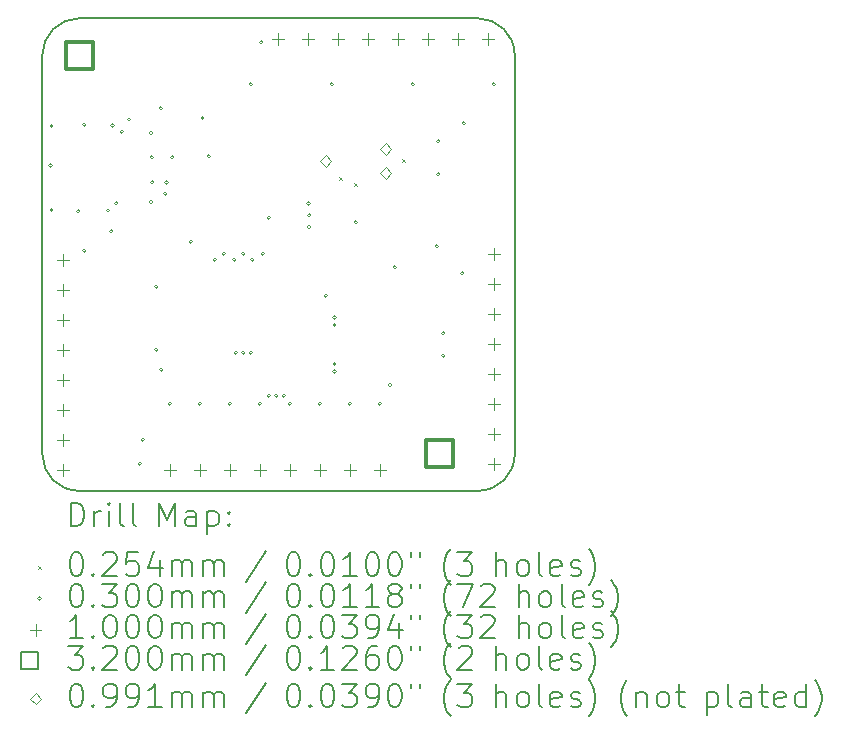
<source format=gbr>
%TF.GenerationSoftware,KiCad,Pcbnew,(7.0.0)*%
%TF.CreationDate,2023-02-19T00:22:36-05:00*%
%TF.ProjectId,CANBoard,43414e42-6f61-4726-942e-6b696361645f,v1*%
%TF.SameCoordinates,Original*%
%TF.FileFunction,Drillmap*%
%TF.FilePolarity,Positive*%
%FSLAX45Y45*%
G04 Gerber Fmt 4.5, Leading zero omitted, Abs format (unit mm)*
G04 Created by KiCad (PCBNEW (7.0.0)) date 2023-02-19 00:22:36*
%MOMM*%
%LPD*%
G01*
G04 APERTURE LIST*
%ADD10C,0.150000*%
%ADD11C,0.200000*%
%ADD12C,0.025400*%
%ADD13C,0.030000*%
%ADD14C,0.100000*%
%ADD15C,0.320000*%
%ADD16C,0.099060*%
G04 APERTURE END LIST*
D10*
X15800000Y-6610000D02*
X15800000Y-9990000D01*
X11800000Y-9990000D02*
X11800000Y-6610000D01*
X12110000Y-6300000D02*
X15490000Y-6300000D01*
X11800000Y-9990000D02*
G75*
G03*
X12110000Y-10300000I310000J0D01*
G01*
X15490000Y-10300000D02*
G75*
G03*
X15800000Y-9990000I0J310000D01*
G01*
X15800000Y-6610000D02*
G75*
G03*
X15490000Y-6300000I-310000J0D01*
G01*
X15490000Y-10300000D02*
X12110000Y-10300000D01*
X12110000Y-6300000D02*
G75*
G03*
X11800000Y-6610000I0J-310000D01*
G01*
D11*
D12*
X14312900Y-7645400D02*
X14338300Y-7670800D01*
X14338300Y-7645400D02*
X14312900Y-7670800D01*
X14439900Y-7696200D02*
X14465300Y-7721600D01*
X14465300Y-7696200D02*
X14439900Y-7721600D01*
X14846300Y-7493000D02*
X14871700Y-7518400D01*
X14871700Y-7493000D02*
X14846300Y-7518400D01*
D13*
X11884420Y-7543800D02*
G75*
G03*
X11884420Y-7543800I-15000J0D01*
G01*
X11892040Y-7211060D02*
G75*
G03*
X11892040Y-7211060I-15000J0D01*
G01*
X11892040Y-7922260D02*
G75*
G03*
X11892040Y-7922260I-15000J0D01*
G01*
X12118100Y-7932420D02*
G75*
G03*
X12118100Y-7932420I-15000J0D01*
G01*
X12168900Y-8267700D02*
G75*
G03*
X12168900Y-8267700I-15000J0D01*
G01*
X12171440Y-7200900D02*
G75*
G03*
X12171440Y-7200900I-15000J0D01*
G01*
X12372100Y-7927340D02*
G75*
G03*
X12372100Y-7927340I-15000J0D01*
G01*
X12397500Y-8102600D02*
G75*
G03*
X12397500Y-8102600I-15000J0D01*
G01*
X12410200Y-7207250D02*
G75*
G03*
X12410200Y-7207250I-15000J0D01*
G01*
X12440680Y-7866380D02*
G75*
G03*
X12440680Y-7866380I-15000J0D01*
G01*
X12488940Y-7259320D02*
G75*
G03*
X12488940Y-7259320I-15000J0D01*
G01*
X12549900Y-7156451D02*
G75*
G03*
X12549900Y-7156451I-15000J0D01*
G01*
X12638800Y-10071100D02*
G75*
G03*
X12638800Y-10071100I-15000J0D01*
G01*
X12664200Y-9867900D02*
G75*
G03*
X12664200Y-9867900I-15000J0D01*
G01*
X12735320Y-7269480D02*
G75*
G03*
X12735320Y-7269480I-15000J0D01*
G01*
X12735320Y-7856220D02*
G75*
G03*
X12735320Y-7856220I-15000J0D01*
G01*
X12742940Y-7475220D02*
G75*
G03*
X12742940Y-7475220I-15000J0D01*
G01*
X12745480Y-7688580D02*
G75*
G03*
X12745480Y-7688580I-15000J0D01*
G01*
X12778500Y-8572500D02*
G75*
G03*
X12778500Y-8572500I-15000J0D01*
G01*
X12778500Y-9105900D02*
G75*
G03*
X12778500Y-9105900I-15000J0D01*
G01*
X12816600Y-7061200D02*
G75*
G03*
X12816600Y-7061200I-15000J0D01*
G01*
X12821669Y-9276069D02*
G75*
G03*
X12821669Y-9276069I-15000J0D01*
G01*
X12854700Y-7785100D02*
G75*
G03*
X12854700Y-7785100I-15000J0D01*
G01*
X12867400Y-7688580D02*
G75*
G03*
X12867400Y-7688580I-15000J0D01*
G01*
X12892800Y-9563100D02*
G75*
G03*
X12892800Y-9563100I-15000J0D01*
G01*
X12915660Y-7475220D02*
G75*
G03*
X12915660Y-7475220I-15000J0D01*
G01*
X13070600Y-8191500D02*
G75*
G03*
X13070600Y-8191500I-15000J0D01*
G01*
X13146800Y-9563100D02*
G75*
G03*
X13146800Y-9563100I-15000J0D01*
G01*
X13172200Y-7143750D02*
G75*
G03*
X13172200Y-7143750I-15000J0D01*
G01*
X13223000Y-7467600D02*
G75*
G03*
X13223000Y-7467600I-15000J0D01*
G01*
X13273800Y-8343900D02*
G75*
G03*
X13273800Y-8343900I-15000J0D01*
G01*
X13350000Y-8293100D02*
G75*
G03*
X13350000Y-8293100I-15000J0D01*
G01*
X13400800Y-9563100D02*
G75*
G03*
X13400800Y-9563100I-15000J0D01*
G01*
X13438900Y-8343900D02*
G75*
G03*
X13438900Y-8343900I-15000J0D01*
G01*
X13451600Y-9131300D02*
G75*
G03*
X13451600Y-9131300I-15000J0D01*
G01*
X13515100Y-8293100D02*
G75*
G03*
X13515100Y-8293100I-15000J0D01*
G01*
X13515100Y-9131300D02*
G75*
G03*
X13515100Y-9131300I-15000J0D01*
G01*
X13578600Y-6858000D02*
G75*
G03*
X13578600Y-6858000I-15000J0D01*
G01*
X13578600Y-9131300D02*
G75*
G03*
X13578600Y-9131300I-15000J0D01*
G01*
X13591300Y-8343900D02*
G75*
G03*
X13591300Y-8343900I-15000J0D01*
G01*
X13654800Y-9563100D02*
G75*
G03*
X13654800Y-9563100I-15000J0D01*
G01*
X13667500Y-6502400D02*
G75*
G03*
X13667500Y-6502400I-15000J0D01*
G01*
X13680200Y-8293100D02*
G75*
G03*
X13680200Y-8293100I-15000J0D01*
G01*
X13731000Y-7988300D02*
G75*
G03*
X13731000Y-7988300I-15000J0D01*
G01*
X13733540Y-9494520D02*
G75*
G03*
X13733540Y-9494520I-15000J0D01*
G01*
X13797040Y-9494520D02*
G75*
G03*
X13797040Y-9494520I-15000J0D01*
G01*
X13860540Y-9494520D02*
G75*
G03*
X13860540Y-9494520I-15000J0D01*
G01*
X13908800Y-9563100D02*
G75*
G03*
X13908800Y-9563100I-15000J0D01*
G01*
X14069681Y-7867094D02*
G75*
G03*
X14069681Y-7867094I-15000J0D01*
G01*
X14073896Y-8067000D02*
G75*
G03*
X14073896Y-8067000I-15000J0D01*
G01*
X14074063Y-7966999D02*
G75*
G03*
X14074063Y-7966999I-15000J0D01*
G01*
X14162800Y-9563100D02*
G75*
G03*
X14162800Y-9563100I-15000J0D01*
G01*
X14213600Y-8648700D02*
G75*
G03*
X14213600Y-8648700I-15000J0D01*
G01*
X14264400Y-6858000D02*
G75*
G03*
X14264400Y-6858000I-15000J0D01*
G01*
X14289800Y-8832850D02*
G75*
G03*
X14289800Y-8832850I-15000J0D01*
G01*
X14289800Y-8896350D02*
G75*
G03*
X14289800Y-8896350I-15000J0D01*
G01*
X14289800Y-9226550D02*
G75*
G03*
X14289800Y-9226550I-15000J0D01*
G01*
X14289800Y-9290050D02*
G75*
G03*
X14289800Y-9290050I-15000J0D01*
G01*
X14416800Y-9563100D02*
G75*
G03*
X14416800Y-9563100I-15000J0D01*
G01*
X14467600Y-8026400D02*
G75*
G03*
X14467600Y-8026400I-15000J0D01*
G01*
X14670800Y-9563100D02*
G75*
G03*
X14670800Y-9563100I-15000J0D01*
G01*
X14759700Y-9404350D02*
G75*
G03*
X14759700Y-9404350I-15000J0D01*
G01*
X14797800Y-8407400D02*
G75*
G03*
X14797800Y-8407400I-15000J0D01*
G01*
X14950200Y-6858000D02*
G75*
G03*
X14950200Y-6858000I-15000J0D01*
G01*
X15153400Y-8229600D02*
G75*
G03*
X15153400Y-8229600I-15000J0D01*
G01*
X15166100Y-7340600D02*
G75*
G03*
X15166100Y-7340600I-15000J0D01*
G01*
X15166100Y-7620000D02*
G75*
G03*
X15166100Y-7620000I-15000J0D01*
G01*
X15210550Y-8966200D02*
G75*
G03*
X15210550Y-8966200I-15000J0D01*
G01*
X15210550Y-9156700D02*
G75*
G03*
X15210550Y-9156700I-15000J0D01*
G01*
X15369300Y-8458200D02*
G75*
G03*
X15369300Y-8458200I-15000J0D01*
G01*
X15382000Y-7188200D02*
G75*
G03*
X15382000Y-7188200I-15000J0D01*
G01*
X15636000Y-6858000D02*
G75*
G03*
X15636000Y-6858000I-15000J0D01*
G01*
D14*
X11976100Y-8293900D02*
X11976100Y-8393900D01*
X11926100Y-8343900D02*
X12026100Y-8343900D01*
X11976100Y-8547900D02*
X11976100Y-8647900D01*
X11926100Y-8597900D02*
X12026100Y-8597900D01*
X11976100Y-8801900D02*
X11976100Y-8901900D01*
X11926100Y-8851900D02*
X12026100Y-8851900D01*
X11976100Y-9055900D02*
X11976100Y-9155900D01*
X11926100Y-9105900D02*
X12026100Y-9105900D01*
X11976100Y-9309900D02*
X11976100Y-9409900D01*
X11926100Y-9359900D02*
X12026100Y-9359900D01*
X11976100Y-9563900D02*
X11976100Y-9663900D01*
X11926100Y-9613900D02*
X12026100Y-9613900D01*
X11976100Y-9817900D02*
X11976100Y-9917900D01*
X11926100Y-9867900D02*
X12026100Y-9867900D01*
X11976100Y-10071900D02*
X11976100Y-10171900D01*
X11926100Y-10121900D02*
X12026100Y-10121900D01*
X12877800Y-10071900D02*
X12877800Y-10171900D01*
X12827800Y-10121900D02*
X12927800Y-10121900D01*
X13131800Y-10071900D02*
X13131800Y-10171900D01*
X13081800Y-10121900D02*
X13181800Y-10121900D01*
X13385800Y-10071900D02*
X13385800Y-10171900D01*
X13335800Y-10121900D02*
X13435800Y-10121900D01*
X13639800Y-10071900D02*
X13639800Y-10171900D01*
X13589800Y-10121900D02*
X13689800Y-10121900D01*
X13792200Y-6427000D02*
X13792200Y-6527000D01*
X13742200Y-6477000D02*
X13842200Y-6477000D01*
X13893800Y-10071900D02*
X13893800Y-10171900D01*
X13843800Y-10121900D02*
X13943800Y-10121900D01*
X14046200Y-6427000D02*
X14046200Y-6527000D01*
X13996200Y-6477000D02*
X14096200Y-6477000D01*
X14147800Y-10071900D02*
X14147800Y-10171900D01*
X14097800Y-10121900D02*
X14197800Y-10121900D01*
X14300200Y-6427000D02*
X14300200Y-6527000D01*
X14250200Y-6477000D02*
X14350200Y-6477000D01*
X14401800Y-10071900D02*
X14401800Y-10171900D01*
X14351800Y-10121900D02*
X14451800Y-10121900D01*
X14554200Y-6427000D02*
X14554200Y-6527000D01*
X14504200Y-6477000D02*
X14604200Y-6477000D01*
X14655800Y-10071900D02*
X14655800Y-10171900D01*
X14605800Y-10121900D02*
X14705800Y-10121900D01*
X14808200Y-6427000D02*
X14808200Y-6527000D01*
X14758200Y-6477000D02*
X14858200Y-6477000D01*
X15062200Y-6427000D02*
X15062200Y-6527000D01*
X15012200Y-6477000D02*
X15112200Y-6477000D01*
X15316200Y-6427000D02*
X15316200Y-6527000D01*
X15266200Y-6477000D02*
X15366200Y-6477000D01*
X15570200Y-6427000D02*
X15570200Y-6527000D01*
X15520200Y-6477000D02*
X15620200Y-6477000D01*
X15621000Y-8243100D02*
X15621000Y-8343100D01*
X15571000Y-8293100D02*
X15671000Y-8293100D01*
X15621000Y-8497100D02*
X15621000Y-8597100D01*
X15571000Y-8547100D02*
X15671000Y-8547100D01*
X15621000Y-8751100D02*
X15621000Y-8851100D01*
X15571000Y-8801100D02*
X15671000Y-8801100D01*
X15621000Y-9005100D02*
X15621000Y-9105100D01*
X15571000Y-9055100D02*
X15671000Y-9055100D01*
X15621000Y-9259100D02*
X15621000Y-9359100D01*
X15571000Y-9309100D02*
X15671000Y-9309100D01*
X15621000Y-9513100D02*
X15621000Y-9613100D01*
X15571000Y-9563100D02*
X15671000Y-9563100D01*
X15621000Y-9767100D02*
X15621000Y-9867100D01*
X15571000Y-9817100D02*
X15671000Y-9817100D01*
X15621000Y-10021100D02*
X15621000Y-10121100D01*
X15571000Y-10071100D02*
X15671000Y-10071100D01*
D15*
X12228938Y-6729838D02*
X12228938Y-6503562D01*
X12002662Y-6503562D01*
X12002662Y-6729838D01*
X12228938Y-6729838D01*
X15276938Y-10095338D02*
X15276938Y-9869062D01*
X15050662Y-9869062D01*
X15050662Y-10095338D01*
X15276938Y-10095338D01*
D16*
X14198600Y-7555230D02*
X14248130Y-7505700D01*
X14198600Y-7456170D01*
X14149070Y-7505700D01*
X14198600Y-7555230D01*
X14706600Y-7453630D02*
X14756130Y-7404100D01*
X14706600Y-7354570D01*
X14657070Y-7404100D01*
X14706600Y-7453630D01*
X14706600Y-7656830D02*
X14756130Y-7607300D01*
X14706600Y-7557770D01*
X14657070Y-7607300D01*
X14706600Y-7656830D01*
D11*
X12040119Y-10600976D02*
X12040119Y-10400976D01*
X12040119Y-10400976D02*
X12087738Y-10400976D01*
X12087738Y-10400976D02*
X12116309Y-10410500D01*
X12116309Y-10410500D02*
X12135357Y-10429548D01*
X12135357Y-10429548D02*
X12144881Y-10448595D01*
X12144881Y-10448595D02*
X12154405Y-10486690D01*
X12154405Y-10486690D02*
X12154405Y-10515262D01*
X12154405Y-10515262D02*
X12144881Y-10553357D01*
X12144881Y-10553357D02*
X12135357Y-10572405D01*
X12135357Y-10572405D02*
X12116309Y-10591452D01*
X12116309Y-10591452D02*
X12087738Y-10600976D01*
X12087738Y-10600976D02*
X12040119Y-10600976D01*
X12240119Y-10600976D02*
X12240119Y-10467643D01*
X12240119Y-10505738D02*
X12249643Y-10486690D01*
X12249643Y-10486690D02*
X12259167Y-10477167D01*
X12259167Y-10477167D02*
X12278214Y-10467643D01*
X12278214Y-10467643D02*
X12297262Y-10467643D01*
X12363928Y-10600976D02*
X12363928Y-10467643D01*
X12363928Y-10400976D02*
X12354405Y-10410500D01*
X12354405Y-10410500D02*
X12363928Y-10420024D01*
X12363928Y-10420024D02*
X12373452Y-10410500D01*
X12373452Y-10410500D02*
X12363928Y-10400976D01*
X12363928Y-10400976D02*
X12363928Y-10420024D01*
X12487738Y-10600976D02*
X12468690Y-10591452D01*
X12468690Y-10591452D02*
X12459167Y-10572405D01*
X12459167Y-10572405D02*
X12459167Y-10400976D01*
X12592500Y-10600976D02*
X12573452Y-10591452D01*
X12573452Y-10591452D02*
X12563928Y-10572405D01*
X12563928Y-10572405D02*
X12563928Y-10400976D01*
X12788690Y-10600976D02*
X12788690Y-10400976D01*
X12788690Y-10400976D02*
X12855357Y-10543833D01*
X12855357Y-10543833D02*
X12922024Y-10400976D01*
X12922024Y-10400976D02*
X12922024Y-10600976D01*
X13102976Y-10600976D02*
X13102976Y-10496214D01*
X13102976Y-10496214D02*
X13093452Y-10477167D01*
X13093452Y-10477167D02*
X13074405Y-10467643D01*
X13074405Y-10467643D02*
X13036309Y-10467643D01*
X13036309Y-10467643D02*
X13017262Y-10477167D01*
X13102976Y-10591452D02*
X13083928Y-10600976D01*
X13083928Y-10600976D02*
X13036309Y-10600976D01*
X13036309Y-10600976D02*
X13017262Y-10591452D01*
X13017262Y-10591452D02*
X13007738Y-10572405D01*
X13007738Y-10572405D02*
X13007738Y-10553357D01*
X13007738Y-10553357D02*
X13017262Y-10534310D01*
X13017262Y-10534310D02*
X13036309Y-10524786D01*
X13036309Y-10524786D02*
X13083928Y-10524786D01*
X13083928Y-10524786D02*
X13102976Y-10515262D01*
X13198214Y-10467643D02*
X13198214Y-10667643D01*
X13198214Y-10477167D02*
X13217262Y-10467643D01*
X13217262Y-10467643D02*
X13255357Y-10467643D01*
X13255357Y-10467643D02*
X13274405Y-10477167D01*
X13274405Y-10477167D02*
X13283928Y-10486690D01*
X13283928Y-10486690D02*
X13293452Y-10505738D01*
X13293452Y-10505738D02*
X13293452Y-10562881D01*
X13293452Y-10562881D02*
X13283928Y-10581929D01*
X13283928Y-10581929D02*
X13274405Y-10591452D01*
X13274405Y-10591452D02*
X13255357Y-10600976D01*
X13255357Y-10600976D02*
X13217262Y-10600976D01*
X13217262Y-10600976D02*
X13198214Y-10591452D01*
X13379167Y-10581929D02*
X13388690Y-10591452D01*
X13388690Y-10591452D02*
X13379167Y-10600976D01*
X13379167Y-10600976D02*
X13369643Y-10591452D01*
X13369643Y-10591452D02*
X13379167Y-10581929D01*
X13379167Y-10581929D02*
X13379167Y-10600976D01*
X13379167Y-10477167D02*
X13388690Y-10486690D01*
X13388690Y-10486690D02*
X13379167Y-10496214D01*
X13379167Y-10496214D02*
X13369643Y-10486690D01*
X13369643Y-10486690D02*
X13379167Y-10477167D01*
X13379167Y-10477167D02*
X13379167Y-10496214D01*
D12*
X11767100Y-10934800D02*
X11792500Y-10960200D01*
X11792500Y-10934800D02*
X11767100Y-10960200D01*
D11*
X12078214Y-10820976D02*
X12097262Y-10820976D01*
X12097262Y-10820976D02*
X12116309Y-10830500D01*
X12116309Y-10830500D02*
X12125833Y-10840024D01*
X12125833Y-10840024D02*
X12135357Y-10859071D01*
X12135357Y-10859071D02*
X12144881Y-10897167D01*
X12144881Y-10897167D02*
X12144881Y-10944786D01*
X12144881Y-10944786D02*
X12135357Y-10982881D01*
X12135357Y-10982881D02*
X12125833Y-11001929D01*
X12125833Y-11001929D02*
X12116309Y-11011452D01*
X12116309Y-11011452D02*
X12097262Y-11020976D01*
X12097262Y-11020976D02*
X12078214Y-11020976D01*
X12078214Y-11020976D02*
X12059167Y-11011452D01*
X12059167Y-11011452D02*
X12049643Y-11001929D01*
X12049643Y-11001929D02*
X12040119Y-10982881D01*
X12040119Y-10982881D02*
X12030595Y-10944786D01*
X12030595Y-10944786D02*
X12030595Y-10897167D01*
X12030595Y-10897167D02*
X12040119Y-10859071D01*
X12040119Y-10859071D02*
X12049643Y-10840024D01*
X12049643Y-10840024D02*
X12059167Y-10830500D01*
X12059167Y-10830500D02*
X12078214Y-10820976D01*
X12230595Y-11001929D02*
X12240119Y-11011452D01*
X12240119Y-11011452D02*
X12230595Y-11020976D01*
X12230595Y-11020976D02*
X12221071Y-11011452D01*
X12221071Y-11011452D02*
X12230595Y-11001929D01*
X12230595Y-11001929D02*
X12230595Y-11020976D01*
X12316309Y-10840024D02*
X12325833Y-10830500D01*
X12325833Y-10830500D02*
X12344881Y-10820976D01*
X12344881Y-10820976D02*
X12392500Y-10820976D01*
X12392500Y-10820976D02*
X12411548Y-10830500D01*
X12411548Y-10830500D02*
X12421071Y-10840024D01*
X12421071Y-10840024D02*
X12430595Y-10859071D01*
X12430595Y-10859071D02*
X12430595Y-10878119D01*
X12430595Y-10878119D02*
X12421071Y-10906690D01*
X12421071Y-10906690D02*
X12306786Y-11020976D01*
X12306786Y-11020976D02*
X12430595Y-11020976D01*
X12611548Y-10820976D02*
X12516309Y-10820976D01*
X12516309Y-10820976D02*
X12506786Y-10916214D01*
X12506786Y-10916214D02*
X12516309Y-10906690D01*
X12516309Y-10906690D02*
X12535357Y-10897167D01*
X12535357Y-10897167D02*
X12582976Y-10897167D01*
X12582976Y-10897167D02*
X12602024Y-10906690D01*
X12602024Y-10906690D02*
X12611548Y-10916214D01*
X12611548Y-10916214D02*
X12621071Y-10935262D01*
X12621071Y-10935262D02*
X12621071Y-10982881D01*
X12621071Y-10982881D02*
X12611548Y-11001929D01*
X12611548Y-11001929D02*
X12602024Y-11011452D01*
X12602024Y-11011452D02*
X12582976Y-11020976D01*
X12582976Y-11020976D02*
X12535357Y-11020976D01*
X12535357Y-11020976D02*
X12516309Y-11011452D01*
X12516309Y-11011452D02*
X12506786Y-11001929D01*
X12792500Y-10887643D02*
X12792500Y-11020976D01*
X12744881Y-10811452D02*
X12697262Y-10954310D01*
X12697262Y-10954310D02*
X12821071Y-10954310D01*
X12897262Y-11020976D02*
X12897262Y-10887643D01*
X12897262Y-10906690D02*
X12906786Y-10897167D01*
X12906786Y-10897167D02*
X12925833Y-10887643D01*
X12925833Y-10887643D02*
X12954405Y-10887643D01*
X12954405Y-10887643D02*
X12973452Y-10897167D01*
X12973452Y-10897167D02*
X12982976Y-10916214D01*
X12982976Y-10916214D02*
X12982976Y-11020976D01*
X12982976Y-10916214D02*
X12992500Y-10897167D01*
X12992500Y-10897167D02*
X13011548Y-10887643D01*
X13011548Y-10887643D02*
X13040119Y-10887643D01*
X13040119Y-10887643D02*
X13059167Y-10897167D01*
X13059167Y-10897167D02*
X13068690Y-10916214D01*
X13068690Y-10916214D02*
X13068690Y-11020976D01*
X13163929Y-11020976D02*
X13163929Y-10887643D01*
X13163929Y-10906690D02*
X13173452Y-10897167D01*
X13173452Y-10897167D02*
X13192500Y-10887643D01*
X13192500Y-10887643D02*
X13221071Y-10887643D01*
X13221071Y-10887643D02*
X13240119Y-10897167D01*
X13240119Y-10897167D02*
X13249643Y-10916214D01*
X13249643Y-10916214D02*
X13249643Y-11020976D01*
X13249643Y-10916214D02*
X13259167Y-10897167D01*
X13259167Y-10897167D02*
X13278214Y-10887643D01*
X13278214Y-10887643D02*
X13306786Y-10887643D01*
X13306786Y-10887643D02*
X13325833Y-10897167D01*
X13325833Y-10897167D02*
X13335357Y-10916214D01*
X13335357Y-10916214D02*
X13335357Y-11020976D01*
X13693452Y-10811452D02*
X13522024Y-11068595D01*
X13918214Y-10820976D02*
X13937262Y-10820976D01*
X13937262Y-10820976D02*
X13956310Y-10830500D01*
X13956310Y-10830500D02*
X13965833Y-10840024D01*
X13965833Y-10840024D02*
X13975357Y-10859071D01*
X13975357Y-10859071D02*
X13984881Y-10897167D01*
X13984881Y-10897167D02*
X13984881Y-10944786D01*
X13984881Y-10944786D02*
X13975357Y-10982881D01*
X13975357Y-10982881D02*
X13965833Y-11001929D01*
X13965833Y-11001929D02*
X13956310Y-11011452D01*
X13956310Y-11011452D02*
X13937262Y-11020976D01*
X13937262Y-11020976D02*
X13918214Y-11020976D01*
X13918214Y-11020976D02*
X13899167Y-11011452D01*
X13899167Y-11011452D02*
X13889643Y-11001929D01*
X13889643Y-11001929D02*
X13880119Y-10982881D01*
X13880119Y-10982881D02*
X13870595Y-10944786D01*
X13870595Y-10944786D02*
X13870595Y-10897167D01*
X13870595Y-10897167D02*
X13880119Y-10859071D01*
X13880119Y-10859071D02*
X13889643Y-10840024D01*
X13889643Y-10840024D02*
X13899167Y-10830500D01*
X13899167Y-10830500D02*
X13918214Y-10820976D01*
X14070595Y-11001929D02*
X14080119Y-11011452D01*
X14080119Y-11011452D02*
X14070595Y-11020976D01*
X14070595Y-11020976D02*
X14061071Y-11011452D01*
X14061071Y-11011452D02*
X14070595Y-11001929D01*
X14070595Y-11001929D02*
X14070595Y-11020976D01*
X14203929Y-10820976D02*
X14222976Y-10820976D01*
X14222976Y-10820976D02*
X14242024Y-10830500D01*
X14242024Y-10830500D02*
X14251548Y-10840024D01*
X14251548Y-10840024D02*
X14261071Y-10859071D01*
X14261071Y-10859071D02*
X14270595Y-10897167D01*
X14270595Y-10897167D02*
X14270595Y-10944786D01*
X14270595Y-10944786D02*
X14261071Y-10982881D01*
X14261071Y-10982881D02*
X14251548Y-11001929D01*
X14251548Y-11001929D02*
X14242024Y-11011452D01*
X14242024Y-11011452D02*
X14222976Y-11020976D01*
X14222976Y-11020976D02*
X14203929Y-11020976D01*
X14203929Y-11020976D02*
X14184881Y-11011452D01*
X14184881Y-11011452D02*
X14175357Y-11001929D01*
X14175357Y-11001929D02*
X14165833Y-10982881D01*
X14165833Y-10982881D02*
X14156310Y-10944786D01*
X14156310Y-10944786D02*
X14156310Y-10897167D01*
X14156310Y-10897167D02*
X14165833Y-10859071D01*
X14165833Y-10859071D02*
X14175357Y-10840024D01*
X14175357Y-10840024D02*
X14184881Y-10830500D01*
X14184881Y-10830500D02*
X14203929Y-10820976D01*
X14461071Y-11020976D02*
X14346786Y-11020976D01*
X14403929Y-11020976D02*
X14403929Y-10820976D01*
X14403929Y-10820976D02*
X14384881Y-10849548D01*
X14384881Y-10849548D02*
X14365833Y-10868595D01*
X14365833Y-10868595D02*
X14346786Y-10878119D01*
X14584881Y-10820976D02*
X14603929Y-10820976D01*
X14603929Y-10820976D02*
X14622976Y-10830500D01*
X14622976Y-10830500D02*
X14632500Y-10840024D01*
X14632500Y-10840024D02*
X14642024Y-10859071D01*
X14642024Y-10859071D02*
X14651548Y-10897167D01*
X14651548Y-10897167D02*
X14651548Y-10944786D01*
X14651548Y-10944786D02*
X14642024Y-10982881D01*
X14642024Y-10982881D02*
X14632500Y-11001929D01*
X14632500Y-11001929D02*
X14622976Y-11011452D01*
X14622976Y-11011452D02*
X14603929Y-11020976D01*
X14603929Y-11020976D02*
X14584881Y-11020976D01*
X14584881Y-11020976D02*
X14565833Y-11011452D01*
X14565833Y-11011452D02*
X14556310Y-11001929D01*
X14556310Y-11001929D02*
X14546786Y-10982881D01*
X14546786Y-10982881D02*
X14537262Y-10944786D01*
X14537262Y-10944786D02*
X14537262Y-10897167D01*
X14537262Y-10897167D02*
X14546786Y-10859071D01*
X14546786Y-10859071D02*
X14556310Y-10840024D01*
X14556310Y-10840024D02*
X14565833Y-10830500D01*
X14565833Y-10830500D02*
X14584881Y-10820976D01*
X14775357Y-10820976D02*
X14794405Y-10820976D01*
X14794405Y-10820976D02*
X14813452Y-10830500D01*
X14813452Y-10830500D02*
X14822976Y-10840024D01*
X14822976Y-10840024D02*
X14832500Y-10859071D01*
X14832500Y-10859071D02*
X14842024Y-10897167D01*
X14842024Y-10897167D02*
X14842024Y-10944786D01*
X14842024Y-10944786D02*
X14832500Y-10982881D01*
X14832500Y-10982881D02*
X14822976Y-11001929D01*
X14822976Y-11001929D02*
X14813452Y-11011452D01*
X14813452Y-11011452D02*
X14794405Y-11020976D01*
X14794405Y-11020976D02*
X14775357Y-11020976D01*
X14775357Y-11020976D02*
X14756310Y-11011452D01*
X14756310Y-11011452D02*
X14746786Y-11001929D01*
X14746786Y-11001929D02*
X14737262Y-10982881D01*
X14737262Y-10982881D02*
X14727738Y-10944786D01*
X14727738Y-10944786D02*
X14727738Y-10897167D01*
X14727738Y-10897167D02*
X14737262Y-10859071D01*
X14737262Y-10859071D02*
X14746786Y-10840024D01*
X14746786Y-10840024D02*
X14756310Y-10830500D01*
X14756310Y-10830500D02*
X14775357Y-10820976D01*
X14918214Y-10820976D02*
X14918214Y-10859071D01*
X14994405Y-10820976D02*
X14994405Y-10859071D01*
X15257262Y-11097167D02*
X15247738Y-11087643D01*
X15247738Y-11087643D02*
X15228691Y-11059071D01*
X15228691Y-11059071D02*
X15219167Y-11040024D01*
X15219167Y-11040024D02*
X15209643Y-11011452D01*
X15209643Y-11011452D02*
X15200119Y-10963833D01*
X15200119Y-10963833D02*
X15200119Y-10925738D01*
X15200119Y-10925738D02*
X15209643Y-10878119D01*
X15209643Y-10878119D02*
X15219167Y-10849548D01*
X15219167Y-10849548D02*
X15228691Y-10830500D01*
X15228691Y-10830500D02*
X15247738Y-10801929D01*
X15247738Y-10801929D02*
X15257262Y-10792405D01*
X15314405Y-10820976D02*
X15438214Y-10820976D01*
X15438214Y-10820976D02*
X15371548Y-10897167D01*
X15371548Y-10897167D02*
X15400119Y-10897167D01*
X15400119Y-10897167D02*
X15419167Y-10906690D01*
X15419167Y-10906690D02*
X15428691Y-10916214D01*
X15428691Y-10916214D02*
X15438214Y-10935262D01*
X15438214Y-10935262D02*
X15438214Y-10982881D01*
X15438214Y-10982881D02*
X15428691Y-11001929D01*
X15428691Y-11001929D02*
X15419167Y-11011452D01*
X15419167Y-11011452D02*
X15400119Y-11020976D01*
X15400119Y-11020976D02*
X15342976Y-11020976D01*
X15342976Y-11020976D02*
X15323929Y-11011452D01*
X15323929Y-11011452D02*
X15314405Y-11001929D01*
X15643929Y-11020976D02*
X15643929Y-10820976D01*
X15729643Y-11020976D02*
X15729643Y-10916214D01*
X15729643Y-10916214D02*
X15720119Y-10897167D01*
X15720119Y-10897167D02*
X15701072Y-10887643D01*
X15701072Y-10887643D02*
X15672500Y-10887643D01*
X15672500Y-10887643D02*
X15653452Y-10897167D01*
X15653452Y-10897167D02*
X15643929Y-10906690D01*
X15853452Y-11020976D02*
X15834405Y-11011452D01*
X15834405Y-11011452D02*
X15824881Y-11001929D01*
X15824881Y-11001929D02*
X15815357Y-10982881D01*
X15815357Y-10982881D02*
X15815357Y-10925738D01*
X15815357Y-10925738D02*
X15824881Y-10906690D01*
X15824881Y-10906690D02*
X15834405Y-10897167D01*
X15834405Y-10897167D02*
X15853452Y-10887643D01*
X15853452Y-10887643D02*
X15882024Y-10887643D01*
X15882024Y-10887643D02*
X15901072Y-10897167D01*
X15901072Y-10897167D02*
X15910595Y-10906690D01*
X15910595Y-10906690D02*
X15920119Y-10925738D01*
X15920119Y-10925738D02*
X15920119Y-10982881D01*
X15920119Y-10982881D02*
X15910595Y-11001929D01*
X15910595Y-11001929D02*
X15901072Y-11011452D01*
X15901072Y-11011452D02*
X15882024Y-11020976D01*
X15882024Y-11020976D02*
X15853452Y-11020976D01*
X16034405Y-11020976D02*
X16015357Y-11011452D01*
X16015357Y-11011452D02*
X16005833Y-10992405D01*
X16005833Y-10992405D02*
X16005833Y-10820976D01*
X16186786Y-11011452D02*
X16167738Y-11020976D01*
X16167738Y-11020976D02*
X16129643Y-11020976D01*
X16129643Y-11020976D02*
X16110595Y-11011452D01*
X16110595Y-11011452D02*
X16101072Y-10992405D01*
X16101072Y-10992405D02*
X16101072Y-10916214D01*
X16101072Y-10916214D02*
X16110595Y-10897167D01*
X16110595Y-10897167D02*
X16129643Y-10887643D01*
X16129643Y-10887643D02*
X16167738Y-10887643D01*
X16167738Y-10887643D02*
X16186786Y-10897167D01*
X16186786Y-10897167D02*
X16196310Y-10916214D01*
X16196310Y-10916214D02*
X16196310Y-10935262D01*
X16196310Y-10935262D02*
X16101072Y-10954310D01*
X16272500Y-11011452D02*
X16291548Y-11020976D01*
X16291548Y-11020976D02*
X16329643Y-11020976D01*
X16329643Y-11020976D02*
X16348691Y-11011452D01*
X16348691Y-11011452D02*
X16358214Y-10992405D01*
X16358214Y-10992405D02*
X16358214Y-10982881D01*
X16358214Y-10982881D02*
X16348691Y-10963833D01*
X16348691Y-10963833D02*
X16329643Y-10954310D01*
X16329643Y-10954310D02*
X16301072Y-10954310D01*
X16301072Y-10954310D02*
X16282024Y-10944786D01*
X16282024Y-10944786D02*
X16272500Y-10925738D01*
X16272500Y-10925738D02*
X16272500Y-10916214D01*
X16272500Y-10916214D02*
X16282024Y-10897167D01*
X16282024Y-10897167D02*
X16301072Y-10887643D01*
X16301072Y-10887643D02*
X16329643Y-10887643D01*
X16329643Y-10887643D02*
X16348691Y-10897167D01*
X16424881Y-11097167D02*
X16434405Y-11087643D01*
X16434405Y-11087643D02*
X16453453Y-11059071D01*
X16453453Y-11059071D02*
X16462976Y-11040024D01*
X16462976Y-11040024D02*
X16472500Y-11011452D01*
X16472500Y-11011452D02*
X16482024Y-10963833D01*
X16482024Y-10963833D02*
X16482024Y-10925738D01*
X16482024Y-10925738D02*
X16472500Y-10878119D01*
X16472500Y-10878119D02*
X16462976Y-10849548D01*
X16462976Y-10849548D02*
X16453453Y-10830500D01*
X16453453Y-10830500D02*
X16434405Y-10801929D01*
X16434405Y-10801929D02*
X16424881Y-10792405D01*
D13*
X11792500Y-11211500D02*
G75*
G03*
X11792500Y-11211500I-15000J0D01*
G01*
D11*
X12078214Y-11084976D02*
X12097262Y-11084976D01*
X12097262Y-11084976D02*
X12116309Y-11094500D01*
X12116309Y-11094500D02*
X12125833Y-11104024D01*
X12125833Y-11104024D02*
X12135357Y-11123071D01*
X12135357Y-11123071D02*
X12144881Y-11161167D01*
X12144881Y-11161167D02*
X12144881Y-11208786D01*
X12144881Y-11208786D02*
X12135357Y-11246881D01*
X12135357Y-11246881D02*
X12125833Y-11265928D01*
X12125833Y-11265928D02*
X12116309Y-11275452D01*
X12116309Y-11275452D02*
X12097262Y-11284976D01*
X12097262Y-11284976D02*
X12078214Y-11284976D01*
X12078214Y-11284976D02*
X12059167Y-11275452D01*
X12059167Y-11275452D02*
X12049643Y-11265928D01*
X12049643Y-11265928D02*
X12040119Y-11246881D01*
X12040119Y-11246881D02*
X12030595Y-11208786D01*
X12030595Y-11208786D02*
X12030595Y-11161167D01*
X12030595Y-11161167D02*
X12040119Y-11123071D01*
X12040119Y-11123071D02*
X12049643Y-11104024D01*
X12049643Y-11104024D02*
X12059167Y-11094500D01*
X12059167Y-11094500D02*
X12078214Y-11084976D01*
X12230595Y-11265928D02*
X12240119Y-11275452D01*
X12240119Y-11275452D02*
X12230595Y-11284976D01*
X12230595Y-11284976D02*
X12221071Y-11275452D01*
X12221071Y-11275452D02*
X12230595Y-11265928D01*
X12230595Y-11265928D02*
X12230595Y-11284976D01*
X12306786Y-11084976D02*
X12430595Y-11084976D01*
X12430595Y-11084976D02*
X12363928Y-11161167D01*
X12363928Y-11161167D02*
X12392500Y-11161167D01*
X12392500Y-11161167D02*
X12411548Y-11170690D01*
X12411548Y-11170690D02*
X12421071Y-11180214D01*
X12421071Y-11180214D02*
X12430595Y-11199262D01*
X12430595Y-11199262D02*
X12430595Y-11246881D01*
X12430595Y-11246881D02*
X12421071Y-11265928D01*
X12421071Y-11265928D02*
X12411548Y-11275452D01*
X12411548Y-11275452D02*
X12392500Y-11284976D01*
X12392500Y-11284976D02*
X12335357Y-11284976D01*
X12335357Y-11284976D02*
X12316309Y-11275452D01*
X12316309Y-11275452D02*
X12306786Y-11265928D01*
X12554405Y-11084976D02*
X12573452Y-11084976D01*
X12573452Y-11084976D02*
X12592500Y-11094500D01*
X12592500Y-11094500D02*
X12602024Y-11104024D01*
X12602024Y-11104024D02*
X12611548Y-11123071D01*
X12611548Y-11123071D02*
X12621071Y-11161167D01*
X12621071Y-11161167D02*
X12621071Y-11208786D01*
X12621071Y-11208786D02*
X12611548Y-11246881D01*
X12611548Y-11246881D02*
X12602024Y-11265928D01*
X12602024Y-11265928D02*
X12592500Y-11275452D01*
X12592500Y-11275452D02*
X12573452Y-11284976D01*
X12573452Y-11284976D02*
X12554405Y-11284976D01*
X12554405Y-11284976D02*
X12535357Y-11275452D01*
X12535357Y-11275452D02*
X12525833Y-11265928D01*
X12525833Y-11265928D02*
X12516309Y-11246881D01*
X12516309Y-11246881D02*
X12506786Y-11208786D01*
X12506786Y-11208786D02*
X12506786Y-11161167D01*
X12506786Y-11161167D02*
X12516309Y-11123071D01*
X12516309Y-11123071D02*
X12525833Y-11104024D01*
X12525833Y-11104024D02*
X12535357Y-11094500D01*
X12535357Y-11094500D02*
X12554405Y-11084976D01*
X12744881Y-11084976D02*
X12763929Y-11084976D01*
X12763929Y-11084976D02*
X12782976Y-11094500D01*
X12782976Y-11094500D02*
X12792500Y-11104024D01*
X12792500Y-11104024D02*
X12802024Y-11123071D01*
X12802024Y-11123071D02*
X12811548Y-11161167D01*
X12811548Y-11161167D02*
X12811548Y-11208786D01*
X12811548Y-11208786D02*
X12802024Y-11246881D01*
X12802024Y-11246881D02*
X12792500Y-11265928D01*
X12792500Y-11265928D02*
X12782976Y-11275452D01*
X12782976Y-11275452D02*
X12763929Y-11284976D01*
X12763929Y-11284976D02*
X12744881Y-11284976D01*
X12744881Y-11284976D02*
X12725833Y-11275452D01*
X12725833Y-11275452D02*
X12716309Y-11265928D01*
X12716309Y-11265928D02*
X12706786Y-11246881D01*
X12706786Y-11246881D02*
X12697262Y-11208786D01*
X12697262Y-11208786D02*
X12697262Y-11161167D01*
X12697262Y-11161167D02*
X12706786Y-11123071D01*
X12706786Y-11123071D02*
X12716309Y-11104024D01*
X12716309Y-11104024D02*
X12725833Y-11094500D01*
X12725833Y-11094500D02*
X12744881Y-11084976D01*
X12897262Y-11284976D02*
X12897262Y-11151643D01*
X12897262Y-11170690D02*
X12906786Y-11161167D01*
X12906786Y-11161167D02*
X12925833Y-11151643D01*
X12925833Y-11151643D02*
X12954405Y-11151643D01*
X12954405Y-11151643D02*
X12973452Y-11161167D01*
X12973452Y-11161167D02*
X12982976Y-11180214D01*
X12982976Y-11180214D02*
X12982976Y-11284976D01*
X12982976Y-11180214D02*
X12992500Y-11161167D01*
X12992500Y-11161167D02*
X13011548Y-11151643D01*
X13011548Y-11151643D02*
X13040119Y-11151643D01*
X13040119Y-11151643D02*
X13059167Y-11161167D01*
X13059167Y-11161167D02*
X13068690Y-11180214D01*
X13068690Y-11180214D02*
X13068690Y-11284976D01*
X13163929Y-11284976D02*
X13163929Y-11151643D01*
X13163929Y-11170690D02*
X13173452Y-11161167D01*
X13173452Y-11161167D02*
X13192500Y-11151643D01*
X13192500Y-11151643D02*
X13221071Y-11151643D01*
X13221071Y-11151643D02*
X13240119Y-11161167D01*
X13240119Y-11161167D02*
X13249643Y-11180214D01*
X13249643Y-11180214D02*
X13249643Y-11284976D01*
X13249643Y-11180214D02*
X13259167Y-11161167D01*
X13259167Y-11161167D02*
X13278214Y-11151643D01*
X13278214Y-11151643D02*
X13306786Y-11151643D01*
X13306786Y-11151643D02*
X13325833Y-11161167D01*
X13325833Y-11161167D02*
X13335357Y-11180214D01*
X13335357Y-11180214D02*
X13335357Y-11284976D01*
X13693452Y-11075452D02*
X13522024Y-11332595D01*
X13918214Y-11084976D02*
X13937262Y-11084976D01*
X13937262Y-11084976D02*
X13956310Y-11094500D01*
X13956310Y-11094500D02*
X13965833Y-11104024D01*
X13965833Y-11104024D02*
X13975357Y-11123071D01*
X13975357Y-11123071D02*
X13984881Y-11161167D01*
X13984881Y-11161167D02*
X13984881Y-11208786D01*
X13984881Y-11208786D02*
X13975357Y-11246881D01*
X13975357Y-11246881D02*
X13965833Y-11265928D01*
X13965833Y-11265928D02*
X13956310Y-11275452D01*
X13956310Y-11275452D02*
X13937262Y-11284976D01*
X13937262Y-11284976D02*
X13918214Y-11284976D01*
X13918214Y-11284976D02*
X13899167Y-11275452D01*
X13899167Y-11275452D02*
X13889643Y-11265928D01*
X13889643Y-11265928D02*
X13880119Y-11246881D01*
X13880119Y-11246881D02*
X13870595Y-11208786D01*
X13870595Y-11208786D02*
X13870595Y-11161167D01*
X13870595Y-11161167D02*
X13880119Y-11123071D01*
X13880119Y-11123071D02*
X13889643Y-11104024D01*
X13889643Y-11104024D02*
X13899167Y-11094500D01*
X13899167Y-11094500D02*
X13918214Y-11084976D01*
X14070595Y-11265928D02*
X14080119Y-11275452D01*
X14080119Y-11275452D02*
X14070595Y-11284976D01*
X14070595Y-11284976D02*
X14061071Y-11275452D01*
X14061071Y-11275452D02*
X14070595Y-11265928D01*
X14070595Y-11265928D02*
X14070595Y-11284976D01*
X14203929Y-11084976D02*
X14222976Y-11084976D01*
X14222976Y-11084976D02*
X14242024Y-11094500D01*
X14242024Y-11094500D02*
X14251548Y-11104024D01*
X14251548Y-11104024D02*
X14261071Y-11123071D01*
X14261071Y-11123071D02*
X14270595Y-11161167D01*
X14270595Y-11161167D02*
X14270595Y-11208786D01*
X14270595Y-11208786D02*
X14261071Y-11246881D01*
X14261071Y-11246881D02*
X14251548Y-11265928D01*
X14251548Y-11265928D02*
X14242024Y-11275452D01*
X14242024Y-11275452D02*
X14222976Y-11284976D01*
X14222976Y-11284976D02*
X14203929Y-11284976D01*
X14203929Y-11284976D02*
X14184881Y-11275452D01*
X14184881Y-11275452D02*
X14175357Y-11265928D01*
X14175357Y-11265928D02*
X14165833Y-11246881D01*
X14165833Y-11246881D02*
X14156310Y-11208786D01*
X14156310Y-11208786D02*
X14156310Y-11161167D01*
X14156310Y-11161167D02*
X14165833Y-11123071D01*
X14165833Y-11123071D02*
X14175357Y-11104024D01*
X14175357Y-11104024D02*
X14184881Y-11094500D01*
X14184881Y-11094500D02*
X14203929Y-11084976D01*
X14461071Y-11284976D02*
X14346786Y-11284976D01*
X14403929Y-11284976D02*
X14403929Y-11084976D01*
X14403929Y-11084976D02*
X14384881Y-11113548D01*
X14384881Y-11113548D02*
X14365833Y-11132595D01*
X14365833Y-11132595D02*
X14346786Y-11142119D01*
X14651548Y-11284976D02*
X14537262Y-11284976D01*
X14594405Y-11284976D02*
X14594405Y-11084976D01*
X14594405Y-11084976D02*
X14575357Y-11113548D01*
X14575357Y-11113548D02*
X14556310Y-11132595D01*
X14556310Y-11132595D02*
X14537262Y-11142119D01*
X14765833Y-11170690D02*
X14746786Y-11161167D01*
X14746786Y-11161167D02*
X14737262Y-11151643D01*
X14737262Y-11151643D02*
X14727738Y-11132595D01*
X14727738Y-11132595D02*
X14727738Y-11123071D01*
X14727738Y-11123071D02*
X14737262Y-11104024D01*
X14737262Y-11104024D02*
X14746786Y-11094500D01*
X14746786Y-11094500D02*
X14765833Y-11084976D01*
X14765833Y-11084976D02*
X14803929Y-11084976D01*
X14803929Y-11084976D02*
X14822976Y-11094500D01*
X14822976Y-11094500D02*
X14832500Y-11104024D01*
X14832500Y-11104024D02*
X14842024Y-11123071D01*
X14842024Y-11123071D02*
X14842024Y-11132595D01*
X14842024Y-11132595D02*
X14832500Y-11151643D01*
X14832500Y-11151643D02*
X14822976Y-11161167D01*
X14822976Y-11161167D02*
X14803929Y-11170690D01*
X14803929Y-11170690D02*
X14765833Y-11170690D01*
X14765833Y-11170690D02*
X14746786Y-11180214D01*
X14746786Y-11180214D02*
X14737262Y-11189738D01*
X14737262Y-11189738D02*
X14727738Y-11208786D01*
X14727738Y-11208786D02*
X14727738Y-11246881D01*
X14727738Y-11246881D02*
X14737262Y-11265928D01*
X14737262Y-11265928D02*
X14746786Y-11275452D01*
X14746786Y-11275452D02*
X14765833Y-11284976D01*
X14765833Y-11284976D02*
X14803929Y-11284976D01*
X14803929Y-11284976D02*
X14822976Y-11275452D01*
X14822976Y-11275452D02*
X14832500Y-11265928D01*
X14832500Y-11265928D02*
X14842024Y-11246881D01*
X14842024Y-11246881D02*
X14842024Y-11208786D01*
X14842024Y-11208786D02*
X14832500Y-11189738D01*
X14832500Y-11189738D02*
X14822976Y-11180214D01*
X14822976Y-11180214D02*
X14803929Y-11170690D01*
X14918214Y-11084976D02*
X14918214Y-11123071D01*
X14994405Y-11084976D02*
X14994405Y-11123071D01*
X15257262Y-11361167D02*
X15247738Y-11351643D01*
X15247738Y-11351643D02*
X15228691Y-11323071D01*
X15228691Y-11323071D02*
X15219167Y-11304024D01*
X15219167Y-11304024D02*
X15209643Y-11275452D01*
X15209643Y-11275452D02*
X15200119Y-11227833D01*
X15200119Y-11227833D02*
X15200119Y-11189738D01*
X15200119Y-11189738D02*
X15209643Y-11142119D01*
X15209643Y-11142119D02*
X15219167Y-11113548D01*
X15219167Y-11113548D02*
X15228691Y-11094500D01*
X15228691Y-11094500D02*
X15247738Y-11065929D01*
X15247738Y-11065929D02*
X15257262Y-11056405D01*
X15314405Y-11084976D02*
X15447738Y-11084976D01*
X15447738Y-11084976D02*
X15362024Y-11284976D01*
X15514405Y-11104024D02*
X15523929Y-11094500D01*
X15523929Y-11094500D02*
X15542976Y-11084976D01*
X15542976Y-11084976D02*
X15590595Y-11084976D01*
X15590595Y-11084976D02*
X15609643Y-11094500D01*
X15609643Y-11094500D02*
X15619167Y-11104024D01*
X15619167Y-11104024D02*
X15628691Y-11123071D01*
X15628691Y-11123071D02*
X15628691Y-11142119D01*
X15628691Y-11142119D02*
X15619167Y-11170690D01*
X15619167Y-11170690D02*
X15504881Y-11284976D01*
X15504881Y-11284976D02*
X15628691Y-11284976D01*
X15834405Y-11284976D02*
X15834405Y-11084976D01*
X15920119Y-11284976D02*
X15920119Y-11180214D01*
X15920119Y-11180214D02*
X15910595Y-11161167D01*
X15910595Y-11161167D02*
X15891548Y-11151643D01*
X15891548Y-11151643D02*
X15862976Y-11151643D01*
X15862976Y-11151643D02*
X15843929Y-11161167D01*
X15843929Y-11161167D02*
X15834405Y-11170690D01*
X16043929Y-11284976D02*
X16024881Y-11275452D01*
X16024881Y-11275452D02*
X16015357Y-11265928D01*
X16015357Y-11265928D02*
X16005833Y-11246881D01*
X16005833Y-11246881D02*
X16005833Y-11189738D01*
X16005833Y-11189738D02*
X16015357Y-11170690D01*
X16015357Y-11170690D02*
X16024881Y-11161167D01*
X16024881Y-11161167D02*
X16043929Y-11151643D01*
X16043929Y-11151643D02*
X16072500Y-11151643D01*
X16072500Y-11151643D02*
X16091548Y-11161167D01*
X16091548Y-11161167D02*
X16101072Y-11170690D01*
X16101072Y-11170690D02*
X16110595Y-11189738D01*
X16110595Y-11189738D02*
X16110595Y-11246881D01*
X16110595Y-11246881D02*
X16101072Y-11265928D01*
X16101072Y-11265928D02*
X16091548Y-11275452D01*
X16091548Y-11275452D02*
X16072500Y-11284976D01*
X16072500Y-11284976D02*
X16043929Y-11284976D01*
X16224881Y-11284976D02*
X16205833Y-11275452D01*
X16205833Y-11275452D02*
X16196310Y-11256405D01*
X16196310Y-11256405D02*
X16196310Y-11084976D01*
X16377262Y-11275452D02*
X16358214Y-11284976D01*
X16358214Y-11284976D02*
X16320119Y-11284976D01*
X16320119Y-11284976D02*
X16301072Y-11275452D01*
X16301072Y-11275452D02*
X16291548Y-11256405D01*
X16291548Y-11256405D02*
X16291548Y-11180214D01*
X16291548Y-11180214D02*
X16301072Y-11161167D01*
X16301072Y-11161167D02*
X16320119Y-11151643D01*
X16320119Y-11151643D02*
X16358214Y-11151643D01*
X16358214Y-11151643D02*
X16377262Y-11161167D01*
X16377262Y-11161167D02*
X16386786Y-11180214D01*
X16386786Y-11180214D02*
X16386786Y-11199262D01*
X16386786Y-11199262D02*
X16291548Y-11218309D01*
X16462976Y-11275452D02*
X16482024Y-11284976D01*
X16482024Y-11284976D02*
X16520119Y-11284976D01*
X16520119Y-11284976D02*
X16539167Y-11275452D01*
X16539167Y-11275452D02*
X16548691Y-11256405D01*
X16548691Y-11256405D02*
X16548691Y-11246881D01*
X16548691Y-11246881D02*
X16539167Y-11227833D01*
X16539167Y-11227833D02*
X16520119Y-11218309D01*
X16520119Y-11218309D02*
X16491548Y-11218309D01*
X16491548Y-11218309D02*
X16472500Y-11208786D01*
X16472500Y-11208786D02*
X16462976Y-11189738D01*
X16462976Y-11189738D02*
X16462976Y-11180214D01*
X16462976Y-11180214D02*
X16472500Y-11161167D01*
X16472500Y-11161167D02*
X16491548Y-11151643D01*
X16491548Y-11151643D02*
X16520119Y-11151643D01*
X16520119Y-11151643D02*
X16539167Y-11161167D01*
X16615357Y-11361167D02*
X16624881Y-11351643D01*
X16624881Y-11351643D02*
X16643929Y-11323071D01*
X16643929Y-11323071D02*
X16653453Y-11304024D01*
X16653453Y-11304024D02*
X16662976Y-11275452D01*
X16662976Y-11275452D02*
X16672500Y-11227833D01*
X16672500Y-11227833D02*
X16672500Y-11189738D01*
X16672500Y-11189738D02*
X16662976Y-11142119D01*
X16662976Y-11142119D02*
X16653453Y-11113548D01*
X16653453Y-11113548D02*
X16643929Y-11094500D01*
X16643929Y-11094500D02*
X16624881Y-11065929D01*
X16624881Y-11065929D02*
X16615357Y-11056405D01*
D14*
X11742500Y-11425500D02*
X11742500Y-11525500D01*
X11692500Y-11475500D02*
X11792500Y-11475500D01*
D11*
X12144881Y-11548976D02*
X12030595Y-11548976D01*
X12087738Y-11548976D02*
X12087738Y-11348976D01*
X12087738Y-11348976D02*
X12068690Y-11377548D01*
X12068690Y-11377548D02*
X12049643Y-11396595D01*
X12049643Y-11396595D02*
X12030595Y-11406119D01*
X12230595Y-11529928D02*
X12240119Y-11539452D01*
X12240119Y-11539452D02*
X12230595Y-11548976D01*
X12230595Y-11548976D02*
X12221071Y-11539452D01*
X12221071Y-11539452D02*
X12230595Y-11529928D01*
X12230595Y-11529928D02*
X12230595Y-11548976D01*
X12363928Y-11348976D02*
X12382976Y-11348976D01*
X12382976Y-11348976D02*
X12402024Y-11358500D01*
X12402024Y-11358500D02*
X12411548Y-11368024D01*
X12411548Y-11368024D02*
X12421071Y-11387071D01*
X12421071Y-11387071D02*
X12430595Y-11425167D01*
X12430595Y-11425167D02*
X12430595Y-11472786D01*
X12430595Y-11472786D02*
X12421071Y-11510881D01*
X12421071Y-11510881D02*
X12411548Y-11529928D01*
X12411548Y-11529928D02*
X12402024Y-11539452D01*
X12402024Y-11539452D02*
X12382976Y-11548976D01*
X12382976Y-11548976D02*
X12363928Y-11548976D01*
X12363928Y-11548976D02*
X12344881Y-11539452D01*
X12344881Y-11539452D02*
X12335357Y-11529928D01*
X12335357Y-11529928D02*
X12325833Y-11510881D01*
X12325833Y-11510881D02*
X12316309Y-11472786D01*
X12316309Y-11472786D02*
X12316309Y-11425167D01*
X12316309Y-11425167D02*
X12325833Y-11387071D01*
X12325833Y-11387071D02*
X12335357Y-11368024D01*
X12335357Y-11368024D02*
X12344881Y-11358500D01*
X12344881Y-11358500D02*
X12363928Y-11348976D01*
X12554405Y-11348976D02*
X12573452Y-11348976D01*
X12573452Y-11348976D02*
X12592500Y-11358500D01*
X12592500Y-11358500D02*
X12602024Y-11368024D01*
X12602024Y-11368024D02*
X12611548Y-11387071D01*
X12611548Y-11387071D02*
X12621071Y-11425167D01*
X12621071Y-11425167D02*
X12621071Y-11472786D01*
X12621071Y-11472786D02*
X12611548Y-11510881D01*
X12611548Y-11510881D02*
X12602024Y-11529928D01*
X12602024Y-11529928D02*
X12592500Y-11539452D01*
X12592500Y-11539452D02*
X12573452Y-11548976D01*
X12573452Y-11548976D02*
X12554405Y-11548976D01*
X12554405Y-11548976D02*
X12535357Y-11539452D01*
X12535357Y-11539452D02*
X12525833Y-11529928D01*
X12525833Y-11529928D02*
X12516309Y-11510881D01*
X12516309Y-11510881D02*
X12506786Y-11472786D01*
X12506786Y-11472786D02*
X12506786Y-11425167D01*
X12506786Y-11425167D02*
X12516309Y-11387071D01*
X12516309Y-11387071D02*
X12525833Y-11368024D01*
X12525833Y-11368024D02*
X12535357Y-11358500D01*
X12535357Y-11358500D02*
X12554405Y-11348976D01*
X12744881Y-11348976D02*
X12763929Y-11348976D01*
X12763929Y-11348976D02*
X12782976Y-11358500D01*
X12782976Y-11358500D02*
X12792500Y-11368024D01*
X12792500Y-11368024D02*
X12802024Y-11387071D01*
X12802024Y-11387071D02*
X12811548Y-11425167D01*
X12811548Y-11425167D02*
X12811548Y-11472786D01*
X12811548Y-11472786D02*
X12802024Y-11510881D01*
X12802024Y-11510881D02*
X12792500Y-11529928D01*
X12792500Y-11529928D02*
X12782976Y-11539452D01*
X12782976Y-11539452D02*
X12763929Y-11548976D01*
X12763929Y-11548976D02*
X12744881Y-11548976D01*
X12744881Y-11548976D02*
X12725833Y-11539452D01*
X12725833Y-11539452D02*
X12716309Y-11529928D01*
X12716309Y-11529928D02*
X12706786Y-11510881D01*
X12706786Y-11510881D02*
X12697262Y-11472786D01*
X12697262Y-11472786D02*
X12697262Y-11425167D01*
X12697262Y-11425167D02*
X12706786Y-11387071D01*
X12706786Y-11387071D02*
X12716309Y-11368024D01*
X12716309Y-11368024D02*
X12725833Y-11358500D01*
X12725833Y-11358500D02*
X12744881Y-11348976D01*
X12897262Y-11548976D02*
X12897262Y-11415643D01*
X12897262Y-11434690D02*
X12906786Y-11425167D01*
X12906786Y-11425167D02*
X12925833Y-11415643D01*
X12925833Y-11415643D02*
X12954405Y-11415643D01*
X12954405Y-11415643D02*
X12973452Y-11425167D01*
X12973452Y-11425167D02*
X12982976Y-11444214D01*
X12982976Y-11444214D02*
X12982976Y-11548976D01*
X12982976Y-11444214D02*
X12992500Y-11425167D01*
X12992500Y-11425167D02*
X13011548Y-11415643D01*
X13011548Y-11415643D02*
X13040119Y-11415643D01*
X13040119Y-11415643D02*
X13059167Y-11425167D01*
X13059167Y-11425167D02*
X13068690Y-11444214D01*
X13068690Y-11444214D02*
X13068690Y-11548976D01*
X13163929Y-11548976D02*
X13163929Y-11415643D01*
X13163929Y-11434690D02*
X13173452Y-11425167D01*
X13173452Y-11425167D02*
X13192500Y-11415643D01*
X13192500Y-11415643D02*
X13221071Y-11415643D01*
X13221071Y-11415643D02*
X13240119Y-11425167D01*
X13240119Y-11425167D02*
X13249643Y-11444214D01*
X13249643Y-11444214D02*
X13249643Y-11548976D01*
X13249643Y-11444214D02*
X13259167Y-11425167D01*
X13259167Y-11425167D02*
X13278214Y-11415643D01*
X13278214Y-11415643D02*
X13306786Y-11415643D01*
X13306786Y-11415643D02*
X13325833Y-11425167D01*
X13325833Y-11425167D02*
X13335357Y-11444214D01*
X13335357Y-11444214D02*
X13335357Y-11548976D01*
X13693452Y-11339452D02*
X13522024Y-11596595D01*
X13918214Y-11348976D02*
X13937262Y-11348976D01*
X13937262Y-11348976D02*
X13956310Y-11358500D01*
X13956310Y-11358500D02*
X13965833Y-11368024D01*
X13965833Y-11368024D02*
X13975357Y-11387071D01*
X13975357Y-11387071D02*
X13984881Y-11425167D01*
X13984881Y-11425167D02*
X13984881Y-11472786D01*
X13984881Y-11472786D02*
X13975357Y-11510881D01*
X13975357Y-11510881D02*
X13965833Y-11529928D01*
X13965833Y-11529928D02*
X13956310Y-11539452D01*
X13956310Y-11539452D02*
X13937262Y-11548976D01*
X13937262Y-11548976D02*
X13918214Y-11548976D01*
X13918214Y-11548976D02*
X13899167Y-11539452D01*
X13899167Y-11539452D02*
X13889643Y-11529928D01*
X13889643Y-11529928D02*
X13880119Y-11510881D01*
X13880119Y-11510881D02*
X13870595Y-11472786D01*
X13870595Y-11472786D02*
X13870595Y-11425167D01*
X13870595Y-11425167D02*
X13880119Y-11387071D01*
X13880119Y-11387071D02*
X13889643Y-11368024D01*
X13889643Y-11368024D02*
X13899167Y-11358500D01*
X13899167Y-11358500D02*
X13918214Y-11348976D01*
X14070595Y-11529928D02*
X14080119Y-11539452D01*
X14080119Y-11539452D02*
X14070595Y-11548976D01*
X14070595Y-11548976D02*
X14061071Y-11539452D01*
X14061071Y-11539452D02*
X14070595Y-11529928D01*
X14070595Y-11529928D02*
X14070595Y-11548976D01*
X14203929Y-11348976D02*
X14222976Y-11348976D01*
X14222976Y-11348976D02*
X14242024Y-11358500D01*
X14242024Y-11358500D02*
X14251548Y-11368024D01*
X14251548Y-11368024D02*
X14261071Y-11387071D01*
X14261071Y-11387071D02*
X14270595Y-11425167D01*
X14270595Y-11425167D02*
X14270595Y-11472786D01*
X14270595Y-11472786D02*
X14261071Y-11510881D01*
X14261071Y-11510881D02*
X14251548Y-11529928D01*
X14251548Y-11529928D02*
X14242024Y-11539452D01*
X14242024Y-11539452D02*
X14222976Y-11548976D01*
X14222976Y-11548976D02*
X14203929Y-11548976D01*
X14203929Y-11548976D02*
X14184881Y-11539452D01*
X14184881Y-11539452D02*
X14175357Y-11529928D01*
X14175357Y-11529928D02*
X14165833Y-11510881D01*
X14165833Y-11510881D02*
X14156310Y-11472786D01*
X14156310Y-11472786D02*
X14156310Y-11425167D01*
X14156310Y-11425167D02*
X14165833Y-11387071D01*
X14165833Y-11387071D02*
X14175357Y-11368024D01*
X14175357Y-11368024D02*
X14184881Y-11358500D01*
X14184881Y-11358500D02*
X14203929Y-11348976D01*
X14337262Y-11348976D02*
X14461071Y-11348976D01*
X14461071Y-11348976D02*
X14394405Y-11425167D01*
X14394405Y-11425167D02*
X14422976Y-11425167D01*
X14422976Y-11425167D02*
X14442024Y-11434690D01*
X14442024Y-11434690D02*
X14451548Y-11444214D01*
X14451548Y-11444214D02*
X14461071Y-11463262D01*
X14461071Y-11463262D02*
X14461071Y-11510881D01*
X14461071Y-11510881D02*
X14451548Y-11529928D01*
X14451548Y-11529928D02*
X14442024Y-11539452D01*
X14442024Y-11539452D02*
X14422976Y-11548976D01*
X14422976Y-11548976D02*
X14365833Y-11548976D01*
X14365833Y-11548976D02*
X14346786Y-11539452D01*
X14346786Y-11539452D02*
X14337262Y-11529928D01*
X14556310Y-11548976D02*
X14594405Y-11548976D01*
X14594405Y-11548976D02*
X14613452Y-11539452D01*
X14613452Y-11539452D02*
X14622976Y-11529928D01*
X14622976Y-11529928D02*
X14642024Y-11501357D01*
X14642024Y-11501357D02*
X14651548Y-11463262D01*
X14651548Y-11463262D02*
X14651548Y-11387071D01*
X14651548Y-11387071D02*
X14642024Y-11368024D01*
X14642024Y-11368024D02*
X14632500Y-11358500D01*
X14632500Y-11358500D02*
X14613452Y-11348976D01*
X14613452Y-11348976D02*
X14575357Y-11348976D01*
X14575357Y-11348976D02*
X14556310Y-11358500D01*
X14556310Y-11358500D02*
X14546786Y-11368024D01*
X14546786Y-11368024D02*
X14537262Y-11387071D01*
X14537262Y-11387071D02*
X14537262Y-11434690D01*
X14537262Y-11434690D02*
X14546786Y-11453738D01*
X14546786Y-11453738D02*
X14556310Y-11463262D01*
X14556310Y-11463262D02*
X14575357Y-11472786D01*
X14575357Y-11472786D02*
X14613452Y-11472786D01*
X14613452Y-11472786D02*
X14632500Y-11463262D01*
X14632500Y-11463262D02*
X14642024Y-11453738D01*
X14642024Y-11453738D02*
X14651548Y-11434690D01*
X14822976Y-11415643D02*
X14822976Y-11548976D01*
X14775357Y-11339452D02*
X14727738Y-11482309D01*
X14727738Y-11482309D02*
X14851548Y-11482309D01*
X14918214Y-11348976D02*
X14918214Y-11387071D01*
X14994405Y-11348976D02*
X14994405Y-11387071D01*
X15257262Y-11625167D02*
X15247738Y-11615643D01*
X15247738Y-11615643D02*
X15228691Y-11587071D01*
X15228691Y-11587071D02*
X15219167Y-11568024D01*
X15219167Y-11568024D02*
X15209643Y-11539452D01*
X15209643Y-11539452D02*
X15200119Y-11491833D01*
X15200119Y-11491833D02*
X15200119Y-11453738D01*
X15200119Y-11453738D02*
X15209643Y-11406119D01*
X15209643Y-11406119D02*
X15219167Y-11377548D01*
X15219167Y-11377548D02*
X15228691Y-11358500D01*
X15228691Y-11358500D02*
X15247738Y-11329928D01*
X15247738Y-11329928D02*
X15257262Y-11320405D01*
X15314405Y-11348976D02*
X15438214Y-11348976D01*
X15438214Y-11348976D02*
X15371548Y-11425167D01*
X15371548Y-11425167D02*
X15400119Y-11425167D01*
X15400119Y-11425167D02*
X15419167Y-11434690D01*
X15419167Y-11434690D02*
X15428691Y-11444214D01*
X15428691Y-11444214D02*
X15438214Y-11463262D01*
X15438214Y-11463262D02*
X15438214Y-11510881D01*
X15438214Y-11510881D02*
X15428691Y-11529928D01*
X15428691Y-11529928D02*
X15419167Y-11539452D01*
X15419167Y-11539452D02*
X15400119Y-11548976D01*
X15400119Y-11548976D02*
X15342976Y-11548976D01*
X15342976Y-11548976D02*
X15323929Y-11539452D01*
X15323929Y-11539452D02*
X15314405Y-11529928D01*
X15514405Y-11368024D02*
X15523929Y-11358500D01*
X15523929Y-11358500D02*
X15542976Y-11348976D01*
X15542976Y-11348976D02*
X15590595Y-11348976D01*
X15590595Y-11348976D02*
X15609643Y-11358500D01*
X15609643Y-11358500D02*
X15619167Y-11368024D01*
X15619167Y-11368024D02*
X15628691Y-11387071D01*
X15628691Y-11387071D02*
X15628691Y-11406119D01*
X15628691Y-11406119D02*
X15619167Y-11434690D01*
X15619167Y-11434690D02*
X15504881Y-11548976D01*
X15504881Y-11548976D02*
X15628691Y-11548976D01*
X15834405Y-11548976D02*
X15834405Y-11348976D01*
X15920119Y-11548976D02*
X15920119Y-11444214D01*
X15920119Y-11444214D02*
X15910595Y-11425167D01*
X15910595Y-11425167D02*
X15891548Y-11415643D01*
X15891548Y-11415643D02*
X15862976Y-11415643D01*
X15862976Y-11415643D02*
X15843929Y-11425167D01*
X15843929Y-11425167D02*
X15834405Y-11434690D01*
X16043929Y-11548976D02*
X16024881Y-11539452D01*
X16024881Y-11539452D02*
X16015357Y-11529928D01*
X16015357Y-11529928D02*
X16005833Y-11510881D01*
X16005833Y-11510881D02*
X16005833Y-11453738D01*
X16005833Y-11453738D02*
X16015357Y-11434690D01*
X16015357Y-11434690D02*
X16024881Y-11425167D01*
X16024881Y-11425167D02*
X16043929Y-11415643D01*
X16043929Y-11415643D02*
X16072500Y-11415643D01*
X16072500Y-11415643D02*
X16091548Y-11425167D01*
X16091548Y-11425167D02*
X16101072Y-11434690D01*
X16101072Y-11434690D02*
X16110595Y-11453738D01*
X16110595Y-11453738D02*
X16110595Y-11510881D01*
X16110595Y-11510881D02*
X16101072Y-11529928D01*
X16101072Y-11529928D02*
X16091548Y-11539452D01*
X16091548Y-11539452D02*
X16072500Y-11548976D01*
X16072500Y-11548976D02*
X16043929Y-11548976D01*
X16224881Y-11548976D02*
X16205833Y-11539452D01*
X16205833Y-11539452D02*
X16196310Y-11520405D01*
X16196310Y-11520405D02*
X16196310Y-11348976D01*
X16377262Y-11539452D02*
X16358214Y-11548976D01*
X16358214Y-11548976D02*
X16320119Y-11548976D01*
X16320119Y-11548976D02*
X16301072Y-11539452D01*
X16301072Y-11539452D02*
X16291548Y-11520405D01*
X16291548Y-11520405D02*
X16291548Y-11444214D01*
X16291548Y-11444214D02*
X16301072Y-11425167D01*
X16301072Y-11425167D02*
X16320119Y-11415643D01*
X16320119Y-11415643D02*
X16358214Y-11415643D01*
X16358214Y-11415643D02*
X16377262Y-11425167D01*
X16377262Y-11425167D02*
X16386786Y-11444214D01*
X16386786Y-11444214D02*
X16386786Y-11463262D01*
X16386786Y-11463262D02*
X16291548Y-11482309D01*
X16462976Y-11539452D02*
X16482024Y-11548976D01*
X16482024Y-11548976D02*
X16520119Y-11548976D01*
X16520119Y-11548976D02*
X16539167Y-11539452D01*
X16539167Y-11539452D02*
X16548691Y-11520405D01*
X16548691Y-11520405D02*
X16548691Y-11510881D01*
X16548691Y-11510881D02*
X16539167Y-11491833D01*
X16539167Y-11491833D02*
X16520119Y-11482309D01*
X16520119Y-11482309D02*
X16491548Y-11482309D01*
X16491548Y-11482309D02*
X16472500Y-11472786D01*
X16472500Y-11472786D02*
X16462976Y-11453738D01*
X16462976Y-11453738D02*
X16462976Y-11444214D01*
X16462976Y-11444214D02*
X16472500Y-11425167D01*
X16472500Y-11425167D02*
X16491548Y-11415643D01*
X16491548Y-11415643D02*
X16520119Y-11415643D01*
X16520119Y-11415643D02*
X16539167Y-11425167D01*
X16615357Y-11625167D02*
X16624881Y-11615643D01*
X16624881Y-11615643D02*
X16643929Y-11587071D01*
X16643929Y-11587071D02*
X16653453Y-11568024D01*
X16653453Y-11568024D02*
X16662976Y-11539452D01*
X16662976Y-11539452D02*
X16672500Y-11491833D01*
X16672500Y-11491833D02*
X16672500Y-11453738D01*
X16672500Y-11453738D02*
X16662976Y-11406119D01*
X16662976Y-11406119D02*
X16653453Y-11377548D01*
X16653453Y-11377548D02*
X16643929Y-11358500D01*
X16643929Y-11358500D02*
X16624881Y-11329928D01*
X16624881Y-11329928D02*
X16615357Y-11320405D01*
X11763211Y-11810211D02*
X11763211Y-11668789D01*
X11621789Y-11668789D01*
X11621789Y-11810211D01*
X11763211Y-11810211D01*
X12021071Y-11612976D02*
X12144881Y-11612976D01*
X12144881Y-11612976D02*
X12078214Y-11689167D01*
X12078214Y-11689167D02*
X12106786Y-11689167D01*
X12106786Y-11689167D02*
X12125833Y-11698690D01*
X12125833Y-11698690D02*
X12135357Y-11708214D01*
X12135357Y-11708214D02*
X12144881Y-11727262D01*
X12144881Y-11727262D02*
X12144881Y-11774881D01*
X12144881Y-11774881D02*
X12135357Y-11793928D01*
X12135357Y-11793928D02*
X12125833Y-11803452D01*
X12125833Y-11803452D02*
X12106786Y-11812976D01*
X12106786Y-11812976D02*
X12049643Y-11812976D01*
X12049643Y-11812976D02*
X12030595Y-11803452D01*
X12030595Y-11803452D02*
X12021071Y-11793928D01*
X12230595Y-11793928D02*
X12240119Y-11803452D01*
X12240119Y-11803452D02*
X12230595Y-11812976D01*
X12230595Y-11812976D02*
X12221071Y-11803452D01*
X12221071Y-11803452D02*
X12230595Y-11793928D01*
X12230595Y-11793928D02*
X12230595Y-11812976D01*
X12316309Y-11632024D02*
X12325833Y-11622500D01*
X12325833Y-11622500D02*
X12344881Y-11612976D01*
X12344881Y-11612976D02*
X12392500Y-11612976D01*
X12392500Y-11612976D02*
X12411548Y-11622500D01*
X12411548Y-11622500D02*
X12421071Y-11632024D01*
X12421071Y-11632024D02*
X12430595Y-11651071D01*
X12430595Y-11651071D02*
X12430595Y-11670119D01*
X12430595Y-11670119D02*
X12421071Y-11698690D01*
X12421071Y-11698690D02*
X12306786Y-11812976D01*
X12306786Y-11812976D02*
X12430595Y-11812976D01*
X12554405Y-11612976D02*
X12573452Y-11612976D01*
X12573452Y-11612976D02*
X12592500Y-11622500D01*
X12592500Y-11622500D02*
X12602024Y-11632024D01*
X12602024Y-11632024D02*
X12611548Y-11651071D01*
X12611548Y-11651071D02*
X12621071Y-11689167D01*
X12621071Y-11689167D02*
X12621071Y-11736786D01*
X12621071Y-11736786D02*
X12611548Y-11774881D01*
X12611548Y-11774881D02*
X12602024Y-11793928D01*
X12602024Y-11793928D02*
X12592500Y-11803452D01*
X12592500Y-11803452D02*
X12573452Y-11812976D01*
X12573452Y-11812976D02*
X12554405Y-11812976D01*
X12554405Y-11812976D02*
X12535357Y-11803452D01*
X12535357Y-11803452D02*
X12525833Y-11793928D01*
X12525833Y-11793928D02*
X12516309Y-11774881D01*
X12516309Y-11774881D02*
X12506786Y-11736786D01*
X12506786Y-11736786D02*
X12506786Y-11689167D01*
X12506786Y-11689167D02*
X12516309Y-11651071D01*
X12516309Y-11651071D02*
X12525833Y-11632024D01*
X12525833Y-11632024D02*
X12535357Y-11622500D01*
X12535357Y-11622500D02*
X12554405Y-11612976D01*
X12744881Y-11612976D02*
X12763929Y-11612976D01*
X12763929Y-11612976D02*
X12782976Y-11622500D01*
X12782976Y-11622500D02*
X12792500Y-11632024D01*
X12792500Y-11632024D02*
X12802024Y-11651071D01*
X12802024Y-11651071D02*
X12811548Y-11689167D01*
X12811548Y-11689167D02*
X12811548Y-11736786D01*
X12811548Y-11736786D02*
X12802024Y-11774881D01*
X12802024Y-11774881D02*
X12792500Y-11793928D01*
X12792500Y-11793928D02*
X12782976Y-11803452D01*
X12782976Y-11803452D02*
X12763929Y-11812976D01*
X12763929Y-11812976D02*
X12744881Y-11812976D01*
X12744881Y-11812976D02*
X12725833Y-11803452D01*
X12725833Y-11803452D02*
X12716309Y-11793928D01*
X12716309Y-11793928D02*
X12706786Y-11774881D01*
X12706786Y-11774881D02*
X12697262Y-11736786D01*
X12697262Y-11736786D02*
X12697262Y-11689167D01*
X12697262Y-11689167D02*
X12706786Y-11651071D01*
X12706786Y-11651071D02*
X12716309Y-11632024D01*
X12716309Y-11632024D02*
X12725833Y-11622500D01*
X12725833Y-11622500D02*
X12744881Y-11612976D01*
X12897262Y-11812976D02*
X12897262Y-11679643D01*
X12897262Y-11698690D02*
X12906786Y-11689167D01*
X12906786Y-11689167D02*
X12925833Y-11679643D01*
X12925833Y-11679643D02*
X12954405Y-11679643D01*
X12954405Y-11679643D02*
X12973452Y-11689167D01*
X12973452Y-11689167D02*
X12982976Y-11708214D01*
X12982976Y-11708214D02*
X12982976Y-11812976D01*
X12982976Y-11708214D02*
X12992500Y-11689167D01*
X12992500Y-11689167D02*
X13011548Y-11679643D01*
X13011548Y-11679643D02*
X13040119Y-11679643D01*
X13040119Y-11679643D02*
X13059167Y-11689167D01*
X13059167Y-11689167D02*
X13068690Y-11708214D01*
X13068690Y-11708214D02*
X13068690Y-11812976D01*
X13163929Y-11812976D02*
X13163929Y-11679643D01*
X13163929Y-11698690D02*
X13173452Y-11689167D01*
X13173452Y-11689167D02*
X13192500Y-11679643D01*
X13192500Y-11679643D02*
X13221071Y-11679643D01*
X13221071Y-11679643D02*
X13240119Y-11689167D01*
X13240119Y-11689167D02*
X13249643Y-11708214D01*
X13249643Y-11708214D02*
X13249643Y-11812976D01*
X13249643Y-11708214D02*
X13259167Y-11689167D01*
X13259167Y-11689167D02*
X13278214Y-11679643D01*
X13278214Y-11679643D02*
X13306786Y-11679643D01*
X13306786Y-11679643D02*
X13325833Y-11689167D01*
X13325833Y-11689167D02*
X13335357Y-11708214D01*
X13335357Y-11708214D02*
X13335357Y-11812976D01*
X13693452Y-11603452D02*
X13522024Y-11860595D01*
X13918214Y-11612976D02*
X13937262Y-11612976D01*
X13937262Y-11612976D02*
X13956310Y-11622500D01*
X13956310Y-11622500D02*
X13965833Y-11632024D01*
X13965833Y-11632024D02*
X13975357Y-11651071D01*
X13975357Y-11651071D02*
X13984881Y-11689167D01*
X13984881Y-11689167D02*
X13984881Y-11736786D01*
X13984881Y-11736786D02*
X13975357Y-11774881D01*
X13975357Y-11774881D02*
X13965833Y-11793928D01*
X13965833Y-11793928D02*
X13956310Y-11803452D01*
X13956310Y-11803452D02*
X13937262Y-11812976D01*
X13937262Y-11812976D02*
X13918214Y-11812976D01*
X13918214Y-11812976D02*
X13899167Y-11803452D01*
X13899167Y-11803452D02*
X13889643Y-11793928D01*
X13889643Y-11793928D02*
X13880119Y-11774881D01*
X13880119Y-11774881D02*
X13870595Y-11736786D01*
X13870595Y-11736786D02*
X13870595Y-11689167D01*
X13870595Y-11689167D02*
X13880119Y-11651071D01*
X13880119Y-11651071D02*
X13889643Y-11632024D01*
X13889643Y-11632024D02*
X13899167Y-11622500D01*
X13899167Y-11622500D02*
X13918214Y-11612976D01*
X14070595Y-11793928D02*
X14080119Y-11803452D01*
X14080119Y-11803452D02*
X14070595Y-11812976D01*
X14070595Y-11812976D02*
X14061071Y-11803452D01*
X14061071Y-11803452D02*
X14070595Y-11793928D01*
X14070595Y-11793928D02*
X14070595Y-11812976D01*
X14270595Y-11812976D02*
X14156310Y-11812976D01*
X14213452Y-11812976D02*
X14213452Y-11612976D01*
X14213452Y-11612976D02*
X14194405Y-11641548D01*
X14194405Y-11641548D02*
X14175357Y-11660595D01*
X14175357Y-11660595D02*
X14156310Y-11670119D01*
X14346786Y-11632024D02*
X14356310Y-11622500D01*
X14356310Y-11622500D02*
X14375357Y-11612976D01*
X14375357Y-11612976D02*
X14422976Y-11612976D01*
X14422976Y-11612976D02*
X14442024Y-11622500D01*
X14442024Y-11622500D02*
X14451548Y-11632024D01*
X14451548Y-11632024D02*
X14461071Y-11651071D01*
X14461071Y-11651071D02*
X14461071Y-11670119D01*
X14461071Y-11670119D02*
X14451548Y-11698690D01*
X14451548Y-11698690D02*
X14337262Y-11812976D01*
X14337262Y-11812976D02*
X14461071Y-11812976D01*
X14632500Y-11612976D02*
X14594405Y-11612976D01*
X14594405Y-11612976D02*
X14575357Y-11622500D01*
X14575357Y-11622500D02*
X14565833Y-11632024D01*
X14565833Y-11632024D02*
X14546786Y-11660595D01*
X14546786Y-11660595D02*
X14537262Y-11698690D01*
X14537262Y-11698690D02*
X14537262Y-11774881D01*
X14537262Y-11774881D02*
X14546786Y-11793928D01*
X14546786Y-11793928D02*
X14556310Y-11803452D01*
X14556310Y-11803452D02*
X14575357Y-11812976D01*
X14575357Y-11812976D02*
X14613452Y-11812976D01*
X14613452Y-11812976D02*
X14632500Y-11803452D01*
X14632500Y-11803452D02*
X14642024Y-11793928D01*
X14642024Y-11793928D02*
X14651548Y-11774881D01*
X14651548Y-11774881D02*
X14651548Y-11727262D01*
X14651548Y-11727262D02*
X14642024Y-11708214D01*
X14642024Y-11708214D02*
X14632500Y-11698690D01*
X14632500Y-11698690D02*
X14613452Y-11689167D01*
X14613452Y-11689167D02*
X14575357Y-11689167D01*
X14575357Y-11689167D02*
X14556310Y-11698690D01*
X14556310Y-11698690D02*
X14546786Y-11708214D01*
X14546786Y-11708214D02*
X14537262Y-11727262D01*
X14775357Y-11612976D02*
X14794405Y-11612976D01*
X14794405Y-11612976D02*
X14813452Y-11622500D01*
X14813452Y-11622500D02*
X14822976Y-11632024D01*
X14822976Y-11632024D02*
X14832500Y-11651071D01*
X14832500Y-11651071D02*
X14842024Y-11689167D01*
X14842024Y-11689167D02*
X14842024Y-11736786D01*
X14842024Y-11736786D02*
X14832500Y-11774881D01*
X14832500Y-11774881D02*
X14822976Y-11793928D01*
X14822976Y-11793928D02*
X14813452Y-11803452D01*
X14813452Y-11803452D02*
X14794405Y-11812976D01*
X14794405Y-11812976D02*
X14775357Y-11812976D01*
X14775357Y-11812976D02*
X14756310Y-11803452D01*
X14756310Y-11803452D02*
X14746786Y-11793928D01*
X14746786Y-11793928D02*
X14737262Y-11774881D01*
X14737262Y-11774881D02*
X14727738Y-11736786D01*
X14727738Y-11736786D02*
X14727738Y-11689167D01*
X14727738Y-11689167D02*
X14737262Y-11651071D01*
X14737262Y-11651071D02*
X14746786Y-11632024D01*
X14746786Y-11632024D02*
X14756310Y-11622500D01*
X14756310Y-11622500D02*
X14775357Y-11612976D01*
X14918214Y-11612976D02*
X14918214Y-11651071D01*
X14994405Y-11612976D02*
X14994405Y-11651071D01*
X15257262Y-11889167D02*
X15247738Y-11879643D01*
X15247738Y-11879643D02*
X15228691Y-11851071D01*
X15228691Y-11851071D02*
X15219167Y-11832024D01*
X15219167Y-11832024D02*
X15209643Y-11803452D01*
X15209643Y-11803452D02*
X15200119Y-11755833D01*
X15200119Y-11755833D02*
X15200119Y-11717738D01*
X15200119Y-11717738D02*
X15209643Y-11670119D01*
X15209643Y-11670119D02*
X15219167Y-11641548D01*
X15219167Y-11641548D02*
X15228691Y-11622500D01*
X15228691Y-11622500D02*
X15247738Y-11593928D01*
X15247738Y-11593928D02*
X15257262Y-11584405D01*
X15323929Y-11632024D02*
X15333452Y-11622500D01*
X15333452Y-11622500D02*
X15352500Y-11612976D01*
X15352500Y-11612976D02*
X15400119Y-11612976D01*
X15400119Y-11612976D02*
X15419167Y-11622500D01*
X15419167Y-11622500D02*
X15428691Y-11632024D01*
X15428691Y-11632024D02*
X15438214Y-11651071D01*
X15438214Y-11651071D02*
X15438214Y-11670119D01*
X15438214Y-11670119D02*
X15428691Y-11698690D01*
X15428691Y-11698690D02*
X15314405Y-11812976D01*
X15314405Y-11812976D02*
X15438214Y-11812976D01*
X15643929Y-11812976D02*
X15643929Y-11612976D01*
X15729643Y-11812976D02*
X15729643Y-11708214D01*
X15729643Y-11708214D02*
X15720119Y-11689167D01*
X15720119Y-11689167D02*
X15701072Y-11679643D01*
X15701072Y-11679643D02*
X15672500Y-11679643D01*
X15672500Y-11679643D02*
X15653452Y-11689167D01*
X15653452Y-11689167D02*
X15643929Y-11698690D01*
X15853452Y-11812976D02*
X15834405Y-11803452D01*
X15834405Y-11803452D02*
X15824881Y-11793928D01*
X15824881Y-11793928D02*
X15815357Y-11774881D01*
X15815357Y-11774881D02*
X15815357Y-11717738D01*
X15815357Y-11717738D02*
X15824881Y-11698690D01*
X15824881Y-11698690D02*
X15834405Y-11689167D01*
X15834405Y-11689167D02*
X15853452Y-11679643D01*
X15853452Y-11679643D02*
X15882024Y-11679643D01*
X15882024Y-11679643D02*
X15901072Y-11689167D01*
X15901072Y-11689167D02*
X15910595Y-11698690D01*
X15910595Y-11698690D02*
X15920119Y-11717738D01*
X15920119Y-11717738D02*
X15920119Y-11774881D01*
X15920119Y-11774881D02*
X15910595Y-11793928D01*
X15910595Y-11793928D02*
X15901072Y-11803452D01*
X15901072Y-11803452D02*
X15882024Y-11812976D01*
X15882024Y-11812976D02*
X15853452Y-11812976D01*
X16034405Y-11812976D02*
X16015357Y-11803452D01*
X16015357Y-11803452D02*
X16005833Y-11784405D01*
X16005833Y-11784405D02*
X16005833Y-11612976D01*
X16186786Y-11803452D02*
X16167738Y-11812976D01*
X16167738Y-11812976D02*
X16129643Y-11812976D01*
X16129643Y-11812976D02*
X16110595Y-11803452D01*
X16110595Y-11803452D02*
X16101072Y-11784405D01*
X16101072Y-11784405D02*
X16101072Y-11708214D01*
X16101072Y-11708214D02*
X16110595Y-11689167D01*
X16110595Y-11689167D02*
X16129643Y-11679643D01*
X16129643Y-11679643D02*
X16167738Y-11679643D01*
X16167738Y-11679643D02*
X16186786Y-11689167D01*
X16186786Y-11689167D02*
X16196310Y-11708214D01*
X16196310Y-11708214D02*
X16196310Y-11727262D01*
X16196310Y-11727262D02*
X16101072Y-11746309D01*
X16272500Y-11803452D02*
X16291548Y-11812976D01*
X16291548Y-11812976D02*
X16329643Y-11812976D01*
X16329643Y-11812976D02*
X16348691Y-11803452D01*
X16348691Y-11803452D02*
X16358214Y-11784405D01*
X16358214Y-11784405D02*
X16358214Y-11774881D01*
X16358214Y-11774881D02*
X16348691Y-11755833D01*
X16348691Y-11755833D02*
X16329643Y-11746309D01*
X16329643Y-11746309D02*
X16301072Y-11746309D01*
X16301072Y-11746309D02*
X16282024Y-11736786D01*
X16282024Y-11736786D02*
X16272500Y-11717738D01*
X16272500Y-11717738D02*
X16272500Y-11708214D01*
X16272500Y-11708214D02*
X16282024Y-11689167D01*
X16282024Y-11689167D02*
X16301072Y-11679643D01*
X16301072Y-11679643D02*
X16329643Y-11679643D01*
X16329643Y-11679643D02*
X16348691Y-11689167D01*
X16424881Y-11889167D02*
X16434405Y-11879643D01*
X16434405Y-11879643D02*
X16453453Y-11851071D01*
X16453453Y-11851071D02*
X16462976Y-11832024D01*
X16462976Y-11832024D02*
X16472500Y-11803452D01*
X16472500Y-11803452D02*
X16482024Y-11755833D01*
X16482024Y-11755833D02*
X16482024Y-11717738D01*
X16482024Y-11717738D02*
X16472500Y-11670119D01*
X16472500Y-11670119D02*
X16462976Y-11641548D01*
X16462976Y-11641548D02*
X16453453Y-11622500D01*
X16453453Y-11622500D02*
X16434405Y-11593928D01*
X16434405Y-11593928D02*
X16424881Y-11584405D01*
D16*
X11742970Y-12109030D02*
X11792500Y-12059500D01*
X11742970Y-12009970D01*
X11693440Y-12059500D01*
X11742970Y-12109030D01*
D11*
X12078214Y-11932976D02*
X12097262Y-11932976D01*
X12097262Y-11932976D02*
X12116309Y-11942500D01*
X12116309Y-11942500D02*
X12125833Y-11952024D01*
X12125833Y-11952024D02*
X12135357Y-11971071D01*
X12135357Y-11971071D02*
X12144881Y-12009167D01*
X12144881Y-12009167D02*
X12144881Y-12056786D01*
X12144881Y-12056786D02*
X12135357Y-12094881D01*
X12135357Y-12094881D02*
X12125833Y-12113928D01*
X12125833Y-12113928D02*
X12116309Y-12123452D01*
X12116309Y-12123452D02*
X12097262Y-12132976D01*
X12097262Y-12132976D02*
X12078214Y-12132976D01*
X12078214Y-12132976D02*
X12059167Y-12123452D01*
X12059167Y-12123452D02*
X12049643Y-12113928D01*
X12049643Y-12113928D02*
X12040119Y-12094881D01*
X12040119Y-12094881D02*
X12030595Y-12056786D01*
X12030595Y-12056786D02*
X12030595Y-12009167D01*
X12030595Y-12009167D02*
X12040119Y-11971071D01*
X12040119Y-11971071D02*
X12049643Y-11952024D01*
X12049643Y-11952024D02*
X12059167Y-11942500D01*
X12059167Y-11942500D02*
X12078214Y-11932976D01*
X12230595Y-12113928D02*
X12240119Y-12123452D01*
X12240119Y-12123452D02*
X12230595Y-12132976D01*
X12230595Y-12132976D02*
X12221071Y-12123452D01*
X12221071Y-12123452D02*
X12230595Y-12113928D01*
X12230595Y-12113928D02*
X12230595Y-12132976D01*
X12335357Y-12132976D02*
X12373452Y-12132976D01*
X12373452Y-12132976D02*
X12392500Y-12123452D01*
X12392500Y-12123452D02*
X12402024Y-12113928D01*
X12402024Y-12113928D02*
X12421071Y-12085357D01*
X12421071Y-12085357D02*
X12430595Y-12047262D01*
X12430595Y-12047262D02*
X12430595Y-11971071D01*
X12430595Y-11971071D02*
X12421071Y-11952024D01*
X12421071Y-11952024D02*
X12411548Y-11942500D01*
X12411548Y-11942500D02*
X12392500Y-11932976D01*
X12392500Y-11932976D02*
X12354405Y-11932976D01*
X12354405Y-11932976D02*
X12335357Y-11942500D01*
X12335357Y-11942500D02*
X12325833Y-11952024D01*
X12325833Y-11952024D02*
X12316309Y-11971071D01*
X12316309Y-11971071D02*
X12316309Y-12018690D01*
X12316309Y-12018690D02*
X12325833Y-12037738D01*
X12325833Y-12037738D02*
X12335357Y-12047262D01*
X12335357Y-12047262D02*
X12354405Y-12056786D01*
X12354405Y-12056786D02*
X12392500Y-12056786D01*
X12392500Y-12056786D02*
X12411548Y-12047262D01*
X12411548Y-12047262D02*
X12421071Y-12037738D01*
X12421071Y-12037738D02*
X12430595Y-12018690D01*
X12525833Y-12132976D02*
X12563928Y-12132976D01*
X12563928Y-12132976D02*
X12582976Y-12123452D01*
X12582976Y-12123452D02*
X12592500Y-12113928D01*
X12592500Y-12113928D02*
X12611548Y-12085357D01*
X12611548Y-12085357D02*
X12621071Y-12047262D01*
X12621071Y-12047262D02*
X12621071Y-11971071D01*
X12621071Y-11971071D02*
X12611548Y-11952024D01*
X12611548Y-11952024D02*
X12602024Y-11942500D01*
X12602024Y-11942500D02*
X12582976Y-11932976D01*
X12582976Y-11932976D02*
X12544881Y-11932976D01*
X12544881Y-11932976D02*
X12525833Y-11942500D01*
X12525833Y-11942500D02*
X12516309Y-11952024D01*
X12516309Y-11952024D02*
X12506786Y-11971071D01*
X12506786Y-11971071D02*
X12506786Y-12018690D01*
X12506786Y-12018690D02*
X12516309Y-12037738D01*
X12516309Y-12037738D02*
X12525833Y-12047262D01*
X12525833Y-12047262D02*
X12544881Y-12056786D01*
X12544881Y-12056786D02*
X12582976Y-12056786D01*
X12582976Y-12056786D02*
X12602024Y-12047262D01*
X12602024Y-12047262D02*
X12611548Y-12037738D01*
X12611548Y-12037738D02*
X12621071Y-12018690D01*
X12811548Y-12132976D02*
X12697262Y-12132976D01*
X12754405Y-12132976D02*
X12754405Y-11932976D01*
X12754405Y-11932976D02*
X12735357Y-11961548D01*
X12735357Y-11961548D02*
X12716309Y-11980595D01*
X12716309Y-11980595D02*
X12697262Y-11990119D01*
X12897262Y-12132976D02*
X12897262Y-11999643D01*
X12897262Y-12018690D02*
X12906786Y-12009167D01*
X12906786Y-12009167D02*
X12925833Y-11999643D01*
X12925833Y-11999643D02*
X12954405Y-11999643D01*
X12954405Y-11999643D02*
X12973452Y-12009167D01*
X12973452Y-12009167D02*
X12982976Y-12028214D01*
X12982976Y-12028214D02*
X12982976Y-12132976D01*
X12982976Y-12028214D02*
X12992500Y-12009167D01*
X12992500Y-12009167D02*
X13011548Y-11999643D01*
X13011548Y-11999643D02*
X13040119Y-11999643D01*
X13040119Y-11999643D02*
X13059167Y-12009167D01*
X13059167Y-12009167D02*
X13068690Y-12028214D01*
X13068690Y-12028214D02*
X13068690Y-12132976D01*
X13163929Y-12132976D02*
X13163929Y-11999643D01*
X13163929Y-12018690D02*
X13173452Y-12009167D01*
X13173452Y-12009167D02*
X13192500Y-11999643D01*
X13192500Y-11999643D02*
X13221071Y-11999643D01*
X13221071Y-11999643D02*
X13240119Y-12009167D01*
X13240119Y-12009167D02*
X13249643Y-12028214D01*
X13249643Y-12028214D02*
X13249643Y-12132976D01*
X13249643Y-12028214D02*
X13259167Y-12009167D01*
X13259167Y-12009167D02*
X13278214Y-11999643D01*
X13278214Y-11999643D02*
X13306786Y-11999643D01*
X13306786Y-11999643D02*
X13325833Y-12009167D01*
X13325833Y-12009167D02*
X13335357Y-12028214D01*
X13335357Y-12028214D02*
X13335357Y-12132976D01*
X13693452Y-11923452D02*
X13522024Y-12180595D01*
X13918214Y-11932976D02*
X13937262Y-11932976D01*
X13937262Y-11932976D02*
X13956310Y-11942500D01*
X13956310Y-11942500D02*
X13965833Y-11952024D01*
X13965833Y-11952024D02*
X13975357Y-11971071D01*
X13975357Y-11971071D02*
X13984881Y-12009167D01*
X13984881Y-12009167D02*
X13984881Y-12056786D01*
X13984881Y-12056786D02*
X13975357Y-12094881D01*
X13975357Y-12094881D02*
X13965833Y-12113928D01*
X13965833Y-12113928D02*
X13956310Y-12123452D01*
X13956310Y-12123452D02*
X13937262Y-12132976D01*
X13937262Y-12132976D02*
X13918214Y-12132976D01*
X13918214Y-12132976D02*
X13899167Y-12123452D01*
X13899167Y-12123452D02*
X13889643Y-12113928D01*
X13889643Y-12113928D02*
X13880119Y-12094881D01*
X13880119Y-12094881D02*
X13870595Y-12056786D01*
X13870595Y-12056786D02*
X13870595Y-12009167D01*
X13870595Y-12009167D02*
X13880119Y-11971071D01*
X13880119Y-11971071D02*
X13889643Y-11952024D01*
X13889643Y-11952024D02*
X13899167Y-11942500D01*
X13899167Y-11942500D02*
X13918214Y-11932976D01*
X14070595Y-12113928D02*
X14080119Y-12123452D01*
X14080119Y-12123452D02*
X14070595Y-12132976D01*
X14070595Y-12132976D02*
X14061071Y-12123452D01*
X14061071Y-12123452D02*
X14070595Y-12113928D01*
X14070595Y-12113928D02*
X14070595Y-12132976D01*
X14203929Y-11932976D02*
X14222976Y-11932976D01*
X14222976Y-11932976D02*
X14242024Y-11942500D01*
X14242024Y-11942500D02*
X14251548Y-11952024D01*
X14251548Y-11952024D02*
X14261071Y-11971071D01*
X14261071Y-11971071D02*
X14270595Y-12009167D01*
X14270595Y-12009167D02*
X14270595Y-12056786D01*
X14270595Y-12056786D02*
X14261071Y-12094881D01*
X14261071Y-12094881D02*
X14251548Y-12113928D01*
X14251548Y-12113928D02*
X14242024Y-12123452D01*
X14242024Y-12123452D02*
X14222976Y-12132976D01*
X14222976Y-12132976D02*
X14203929Y-12132976D01*
X14203929Y-12132976D02*
X14184881Y-12123452D01*
X14184881Y-12123452D02*
X14175357Y-12113928D01*
X14175357Y-12113928D02*
X14165833Y-12094881D01*
X14165833Y-12094881D02*
X14156310Y-12056786D01*
X14156310Y-12056786D02*
X14156310Y-12009167D01*
X14156310Y-12009167D02*
X14165833Y-11971071D01*
X14165833Y-11971071D02*
X14175357Y-11952024D01*
X14175357Y-11952024D02*
X14184881Y-11942500D01*
X14184881Y-11942500D02*
X14203929Y-11932976D01*
X14337262Y-11932976D02*
X14461071Y-11932976D01*
X14461071Y-11932976D02*
X14394405Y-12009167D01*
X14394405Y-12009167D02*
X14422976Y-12009167D01*
X14422976Y-12009167D02*
X14442024Y-12018690D01*
X14442024Y-12018690D02*
X14451548Y-12028214D01*
X14451548Y-12028214D02*
X14461071Y-12047262D01*
X14461071Y-12047262D02*
X14461071Y-12094881D01*
X14461071Y-12094881D02*
X14451548Y-12113928D01*
X14451548Y-12113928D02*
X14442024Y-12123452D01*
X14442024Y-12123452D02*
X14422976Y-12132976D01*
X14422976Y-12132976D02*
X14365833Y-12132976D01*
X14365833Y-12132976D02*
X14346786Y-12123452D01*
X14346786Y-12123452D02*
X14337262Y-12113928D01*
X14556310Y-12132976D02*
X14594405Y-12132976D01*
X14594405Y-12132976D02*
X14613452Y-12123452D01*
X14613452Y-12123452D02*
X14622976Y-12113928D01*
X14622976Y-12113928D02*
X14642024Y-12085357D01*
X14642024Y-12085357D02*
X14651548Y-12047262D01*
X14651548Y-12047262D02*
X14651548Y-11971071D01*
X14651548Y-11971071D02*
X14642024Y-11952024D01*
X14642024Y-11952024D02*
X14632500Y-11942500D01*
X14632500Y-11942500D02*
X14613452Y-11932976D01*
X14613452Y-11932976D02*
X14575357Y-11932976D01*
X14575357Y-11932976D02*
X14556310Y-11942500D01*
X14556310Y-11942500D02*
X14546786Y-11952024D01*
X14546786Y-11952024D02*
X14537262Y-11971071D01*
X14537262Y-11971071D02*
X14537262Y-12018690D01*
X14537262Y-12018690D02*
X14546786Y-12037738D01*
X14546786Y-12037738D02*
X14556310Y-12047262D01*
X14556310Y-12047262D02*
X14575357Y-12056786D01*
X14575357Y-12056786D02*
X14613452Y-12056786D01*
X14613452Y-12056786D02*
X14632500Y-12047262D01*
X14632500Y-12047262D02*
X14642024Y-12037738D01*
X14642024Y-12037738D02*
X14651548Y-12018690D01*
X14775357Y-11932976D02*
X14794405Y-11932976D01*
X14794405Y-11932976D02*
X14813452Y-11942500D01*
X14813452Y-11942500D02*
X14822976Y-11952024D01*
X14822976Y-11952024D02*
X14832500Y-11971071D01*
X14832500Y-11971071D02*
X14842024Y-12009167D01*
X14842024Y-12009167D02*
X14842024Y-12056786D01*
X14842024Y-12056786D02*
X14832500Y-12094881D01*
X14832500Y-12094881D02*
X14822976Y-12113928D01*
X14822976Y-12113928D02*
X14813452Y-12123452D01*
X14813452Y-12123452D02*
X14794405Y-12132976D01*
X14794405Y-12132976D02*
X14775357Y-12132976D01*
X14775357Y-12132976D02*
X14756310Y-12123452D01*
X14756310Y-12123452D02*
X14746786Y-12113928D01*
X14746786Y-12113928D02*
X14737262Y-12094881D01*
X14737262Y-12094881D02*
X14727738Y-12056786D01*
X14727738Y-12056786D02*
X14727738Y-12009167D01*
X14727738Y-12009167D02*
X14737262Y-11971071D01*
X14737262Y-11971071D02*
X14746786Y-11952024D01*
X14746786Y-11952024D02*
X14756310Y-11942500D01*
X14756310Y-11942500D02*
X14775357Y-11932976D01*
X14918214Y-11932976D02*
X14918214Y-11971071D01*
X14994405Y-11932976D02*
X14994405Y-11971071D01*
X15257262Y-12209167D02*
X15247738Y-12199643D01*
X15247738Y-12199643D02*
X15228691Y-12171071D01*
X15228691Y-12171071D02*
X15219167Y-12152024D01*
X15219167Y-12152024D02*
X15209643Y-12123452D01*
X15209643Y-12123452D02*
X15200119Y-12075833D01*
X15200119Y-12075833D02*
X15200119Y-12037738D01*
X15200119Y-12037738D02*
X15209643Y-11990119D01*
X15209643Y-11990119D02*
X15219167Y-11961548D01*
X15219167Y-11961548D02*
X15228691Y-11942500D01*
X15228691Y-11942500D02*
X15247738Y-11913928D01*
X15247738Y-11913928D02*
X15257262Y-11904405D01*
X15314405Y-11932976D02*
X15438214Y-11932976D01*
X15438214Y-11932976D02*
X15371548Y-12009167D01*
X15371548Y-12009167D02*
X15400119Y-12009167D01*
X15400119Y-12009167D02*
X15419167Y-12018690D01*
X15419167Y-12018690D02*
X15428691Y-12028214D01*
X15428691Y-12028214D02*
X15438214Y-12047262D01*
X15438214Y-12047262D02*
X15438214Y-12094881D01*
X15438214Y-12094881D02*
X15428691Y-12113928D01*
X15428691Y-12113928D02*
X15419167Y-12123452D01*
X15419167Y-12123452D02*
X15400119Y-12132976D01*
X15400119Y-12132976D02*
X15342976Y-12132976D01*
X15342976Y-12132976D02*
X15323929Y-12123452D01*
X15323929Y-12123452D02*
X15314405Y-12113928D01*
X15643929Y-12132976D02*
X15643929Y-11932976D01*
X15729643Y-12132976D02*
X15729643Y-12028214D01*
X15729643Y-12028214D02*
X15720119Y-12009167D01*
X15720119Y-12009167D02*
X15701072Y-11999643D01*
X15701072Y-11999643D02*
X15672500Y-11999643D01*
X15672500Y-11999643D02*
X15653452Y-12009167D01*
X15653452Y-12009167D02*
X15643929Y-12018690D01*
X15853452Y-12132976D02*
X15834405Y-12123452D01*
X15834405Y-12123452D02*
X15824881Y-12113928D01*
X15824881Y-12113928D02*
X15815357Y-12094881D01*
X15815357Y-12094881D02*
X15815357Y-12037738D01*
X15815357Y-12037738D02*
X15824881Y-12018690D01*
X15824881Y-12018690D02*
X15834405Y-12009167D01*
X15834405Y-12009167D02*
X15853452Y-11999643D01*
X15853452Y-11999643D02*
X15882024Y-11999643D01*
X15882024Y-11999643D02*
X15901072Y-12009167D01*
X15901072Y-12009167D02*
X15910595Y-12018690D01*
X15910595Y-12018690D02*
X15920119Y-12037738D01*
X15920119Y-12037738D02*
X15920119Y-12094881D01*
X15920119Y-12094881D02*
X15910595Y-12113928D01*
X15910595Y-12113928D02*
X15901072Y-12123452D01*
X15901072Y-12123452D02*
X15882024Y-12132976D01*
X15882024Y-12132976D02*
X15853452Y-12132976D01*
X16034405Y-12132976D02*
X16015357Y-12123452D01*
X16015357Y-12123452D02*
X16005833Y-12104405D01*
X16005833Y-12104405D02*
X16005833Y-11932976D01*
X16186786Y-12123452D02*
X16167738Y-12132976D01*
X16167738Y-12132976D02*
X16129643Y-12132976D01*
X16129643Y-12132976D02*
X16110595Y-12123452D01*
X16110595Y-12123452D02*
X16101072Y-12104405D01*
X16101072Y-12104405D02*
X16101072Y-12028214D01*
X16101072Y-12028214D02*
X16110595Y-12009167D01*
X16110595Y-12009167D02*
X16129643Y-11999643D01*
X16129643Y-11999643D02*
X16167738Y-11999643D01*
X16167738Y-11999643D02*
X16186786Y-12009167D01*
X16186786Y-12009167D02*
X16196310Y-12028214D01*
X16196310Y-12028214D02*
X16196310Y-12047262D01*
X16196310Y-12047262D02*
X16101072Y-12066309D01*
X16272500Y-12123452D02*
X16291548Y-12132976D01*
X16291548Y-12132976D02*
X16329643Y-12132976D01*
X16329643Y-12132976D02*
X16348691Y-12123452D01*
X16348691Y-12123452D02*
X16358214Y-12104405D01*
X16358214Y-12104405D02*
X16358214Y-12094881D01*
X16358214Y-12094881D02*
X16348691Y-12075833D01*
X16348691Y-12075833D02*
X16329643Y-12066309D01*
X16329643Y-12066309D02*
X16301072Y-12066309D01*
X16301072Y-12066309D02*
X16282024Y-12056786D01*
X16282024Y-12056786D02*
X16272500Y-12037738D01*
X16272500Y-12037738D02*
X16272500Y-12028214D01*
X16272500Y-12028214D02*
X16282024Y-12009167D01*
X16282024Y-12009167D02*
X16301072Y-11999643D01*
X16301072Y-11999643D02*
X16329643Y-11999643D01*
X16329643Y-11999643D02*
X16348691Y-12009167D01*
X16424881Y-12209167D02*
X16434405Y-12199643D01*
X16434405Y-12199643D02*
X16453453Y-12171071D01*
X16453453Y-12171071D02*
X16462976Y-12152024D01*
X16462976Y-12152024D02*
X16472500Y-12123452D01*
X16472500Y-12123452D02*
X16482024Y-12075833D01*
X16482024Y-12075833D02*
X16482024Y-12037738D01*
X16482024Y-12037738D02*
X16472500Y-11990119D01*
X16472500Y-11990119D02*
X16462976Y-11961548D01*
X16462976Y-11961548D02*
X16453453Y-11942500D01*
X16453453Y-11942500D02*
X16434405Y-11913928D01*
X16434405Y-11913928D02*
X16424881Y-11904405D01*
X16754405Y-12209167D02*
X16744881Y-12199643D01*
X16744881Y-12199643D02*
X16725833Y-12171071D01*
X16725833Y-12171071D02*
X16716310Y-12152024D01*
X16716310Y-12152024D02*
X16706786Y-12123452D01*
X16706786Y-12123452D02*
X16697262Y-12075833D01*
X16697262Y-12075833D02*
X16697262Y-12037738D01*
X16697262Y-12037738D02*
X16706786Y-11990119D01*
X16706786Y-11990119D02*
X16716310Y-11961548D01*
X16716310Y-11961548D02*
X16725833Y-11942500D01*
X16725833Y-11942500D02*
X16744881Y-11913928D01*
X16744881Y-11913928D02*
X16754405Y-11904405D01*
X16830595Y-11999643D02*
X16830595Y-12132976D01*
X16830595Y-12018690D02*
X16840119Y-12009167D01*
X16840119Y-12009167D02*
X16859167Y-11999643D01*
X16859167Y-11999643D02*
X16887738Y-11999643D01*
X16887738Y-11999643D02*
X16906786Y-12009167D01*
X16906786Y-12009167D02*
X16916310Y-12028214D01*
X16916310Y-12028214D02*
X16916310Y-12132976D01*
X17040119Y-12132976D02*
X17021072Y-12123452D01*
X17021072Y-12123452D02*
X17011548Y-12113928D01*
X17011548Y-12113928D02*
X17002024Y-12094881D01*
X17002024Y-12094881D02*
X17002024Y-12037738D01*
X17002024Y-12037738D02*
X17011548Y-12018690D01*
X17011548Y-12018690D02*
X17021072Y-12009167D01*
X17021072Y-12009167D02*
X17040119Y-11999643D01*
X17040119Y-11999643D02*
X17068691Y-11999643D01*
X17068691Y-11999643D02*
X17087738Y-12009167D01*
X17087738Y-12009167D02*
X17097262Y-12018690D01*
X17097262Y-12018690D02*
X17106786Y-12037738D01*
X17106786Y-12037738D02*
X17106786Y-12094881D01*
X17106786Y-12094881D02*
X17097262Y-12113928D01*
X17097262Y-12113928D02*
X17087738Y-12123452D01*
X17087738Y-12123452D02*
X17068691Y-12132976D01*
X17068691Y-12132976D02*
X17040119Y-12132976D01*
X17163929Y-11999643D02*
X17240119Y-11999643D01*
X17192500Y-11932976D02*
X17192500Y-12104405D01*
X17192500Y-12104405D02*
X17202024Y-12123452D01*
X17202024Y-12123452D02*
X17221072Y-12132976D01*
X17221072Y-12132976D02*
X17240119Y-12132976D01*
X17426786Y-11999643D02*
X17426786Y-12199643D01*
X17426786Y-12009167D02*
X17445834Y-11999643D01*
X17445834Y-11999643D02*
X17483929Y-11999643D01*
X17483929Y-11999643D02*
X17502976Y-12009167D01*
X17502976Y-12009167D02*
X17512500Y-12018690D01*
X17512500Y-12018690D02*
X17522024Y-12037738D01*
X17522024Y-12037738D02*
X17522024Y-12094881D01*
X17522024Y-12094881D02*
X17512500Y-12113928D01*
X17512500Y-12113928D02*
X17502976Y-12123452D01*
X17502976Y-12123452D02*
X17483929Y-12132976D01*
X17483929Y-12132976D02*
X17445834Y-12132976D01*
X17445834Y-12132976D02*
X17426786Y-12123452D01*
X17636310Y-12132976D02*
X17617262Y-12123452D01*
X17617262Y-12123452D02*
X17607738Y-12104405D01*
X17607738Y-12104405D02*
X17607738Y-11932976D01*
X17798215Y-12132976D02*
X17798215Y-12028214D01*
X17798215Y-12028214D02*
X17788691Y-12009167D01*
X17788691Y-12009167D02*
X17769643Y-11999643D01*
X17769643Y-11999643D02*
X17731548Y-11999643D01*
X17731548Y-11999643D02*
X17712500Y-12009167D01*
X17798215Y-12123452D02*
X17779167Y-12132976D01*
X17779167Y-12132976D02*
X17731548Y-12132976D01*
X17731548Y-12132976D02*
X17712500Y-12123452D01*
X17712500Y-12123452D02*
X17702976Y-12104405D01*
X17702976Y-12104405D02*
X17702976Y-12085357D01*
X17702976Y-12085357D02*
X17712500Y-12066309D01*
X17712500Y-12066309D02*
X17731548Y-12056786D01*
X17731548Y-12056786D02*
X17779167Y-12056786D01*
X17779167Y-12056786D02*
X17798215Y-12047262D01*
X17864881Y-11999643D02*
X17941072Y-11999643D01*
X17893453Y-11932976D02*
X17893453Y-12104405D01*
X17893453Y-12104405D02*
X17902976Y-12123452D01*
X17902976Y-12123452D02*
X17922024Y-12132976D01*
X17922024Y-12132976D02*
X17941072Y-12132976D01*
X18083929Y-12123452D02*
X18064881Y-12132976D01*
X18064881Y-12132976D02*
X18026786Y-12132976D01*
X18026786Y-12132976D02*
X18007738Y-12123452D01*
X18007738Y-12123452D02*
X17998215Y-12104405D01*
X17998215Y-12104405D02*
X17998215Y-12028214D01*
X17998215Y-12028214D02*
X18007738Y-12009167D01*
X18007738Y-12009167D02*
X18026786Y-11999643D01*
X18026786Y-11999643D02*
X18064881Y-11999643D01*
X18064881Y-11999643D02*
X18083929Y-12009167D01*
X18083929Y-12009167D02*
X18093453Y-12028214D01*
X18093453Y-12028214D02*
X18093453Y-12047262D01*
X18093453Y-12047262D02*
X17998215Y-12066309D01*
X18264881Y-12132976D02*
X18264881Y-11932976D01*
X18264881Y-12123452D02*
X18245834Y-12132976D01*
X18245834Y-12132976D02*
X18207738Y-12132976D01*
X18207738Y-12132976D02*
X18188691Y-12123452D01*
X18188691Y-12123452D02*
X18179167Y-12113928D01*
X18179167Y-12113928D02*
X18169643Y-12094881D01*
X18169643Y-12094881D02*
X18169643Y-12037738D01*
X18169643Y-12037738D02*
X18179167Y-12018690D01*
X18179167Y-12018690D02*
X18188691Y-12009167D01*
X18188691Y-12009167D02*
X18207738Y-11999643D01*
X18207738Y-11999643D02*
X18245834Y-11999643D01*
X18245834Y-11999643D02*
X18264881Y-12009167D01*
X18341072Y-12209167D02*
X18350596Y-12199643D01*
X18350596Y-12199643D02*
X18369643Y-12171071D01*
X18369643Y-12171071D02*
X18379167Y-12152024D01*
X18379167Y-12152024D02*
X18388691Y-12123452D01*
X18388691Y-12123452D02*
X18398215Y-12075833D01*
X18398215Y-12075833D02*
X18398215Y-12037738D01*
X18398215Y-12037738D02*
X18388691Y-11990119D01*
X18388691Y-11990119D02*
X18379167Y-11961548D01*
X18379167Y-11961548D02*
X18369643Y-11942500D01*
X18369643Y-11942500D02*
X18350596Y-11913928D01*
X18350596Y-11913928D02*
X18341072Y-11904405D01*
M02*

</source>
